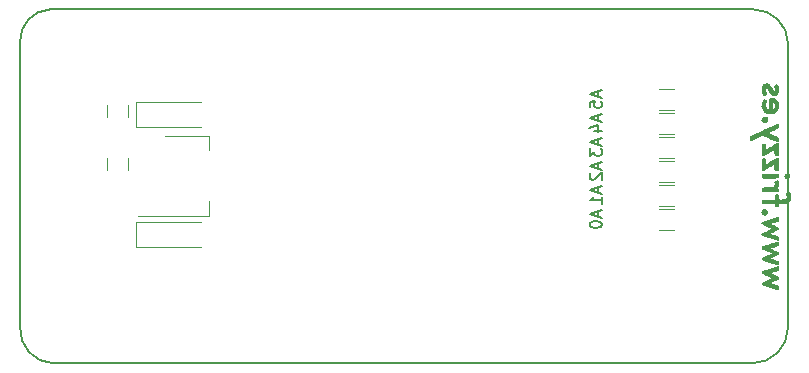
<source format=gbo>
%TF.GenerationSoftware,KiCad,Pcbnew,4.0.7*%
%TF.CreationDate,2018-07-08T22:20:32+02:00*%
%TF.ProjectId,Elemental-pHAT,456C656D656E74616C2D704841542E6B,rev?*%
%TF.FileFunction,Legend,Bot*%
%FSLAX46Y46*%
G04 Gerber Fmt 4.6, Leading zero omitted, Abs format (unit mm)*
G04 Created by KiCad (PCBNEW 4.0.7) date 07/08/18 22:20:32*
%MOMM*%
%LPD*%
G01*
G04 APERTURE LIST*
%ADD10C,0.127000*%
%ADD11C,0.120000*%
%ADD12C,0.010000*%
%ADD13C,0.150000*%
G04 APERTURE END LIST*
D10*
X111125000Y-118491000D02*
X170053000Y-118491000D01*
X110617000Y-88519000D02*
X111125000Y-88519000D01*
X110617000Y-88519000D02*
G75*
G03X108077000Y-91313000I127000J-2667000D01*
G01*
X108077000Y-115443000D02*
X108077000Y-91313000D01*
X111125000Y-118491000D02*
X110871000Y-118491000D01*
X108077000Y-115443000D02*
G75*
G03X110871000Y-118491000I2921000J-127000D01*
G01*
X170053000Y-118491000D02*
G75*
G03X173101000Y-115443000I0J3048000D01*
G01*
X173101000Y-91440000D02*
X173101000Y-115443000D01*
X173101000Y-91440000D02*
G75*
G03X170180000Y-88519000I-2921000J0D01*
G01*
X111125000Y-88519000D02*
X170180000Y-88519000D01*
D11*
X117893000Y-98459000D02*
X123393000Y-98459000D01*
X117893000Y-96359000D02*
X123393000Y-96359000D01*
X117893000Y-98459000D02*
X117893000Y-96359000D01*
X115482000Y-97655000D02*
X115482000Y-96655000D01*
X117182000Y-96655000D02*
X117182000Y-97655000D01*
X117182000Y-101100000D02*
X117182000Y-102100000D01*
X115482000Y-102100000D02*
X115482000Y-101100000D01*
X117893000Y-108619000D02*
X123393000Y-108619000D01*
X117893000Y-106519000D02*
X123393000Y-106519000D01*
X117893000Y-108619000D02*
X117893000Y-106519000D01*
X163414000Y-105419000D02*
X162214000Y-105419000D01*
X162214000Y-107179000D02*
X163414000Y-107179000D01*
X163414000Y-103387000D02*
X162214000Y-103387000D01*
X162214000Y-105147000D02*
X163414000Y-105147000D01*
X163414000Y-101355000D02*
X162214000Y-101355000D01*
X162214000Y-103115000D02*
X163414000Y-103115000D01*
X163414000Y-99323000D02*
X162214000Y-99323000D01*
X162214000Y-101083000D02*
X163414000Y-101083000D01*
X163414000Y-97291000D02*
X162214000Y-97291000D01*
X162214000Y-99051000D02*
X163414000Y-99051000D01*
X163414000Y-95259000D02*
X162214000Y-95259000D01*
X162214000Y-97019000D02*
X163414000Y-97019000D01*
X124084000Y-99206000D02*
X124084000Y-100466000D01*
X124084000Y-106026000D02*
X124084000Y-104766000D01*
X120324000Y-99206000D02*
X124084000Y-99206000D01*
X118074000Y-106026000D02*
X124084000Y-106026000D01*
D12*
G36*
X172250149Y-98375798D02*
X172247682Y-98308141D01*
X172241228Y-98258705D01*
X172225254Y-98227943D01*
X172194224Y-98216304D01*
X172142602Y-98224240D01*
X172064852Y-98252201D01*
X171955440Y-98300638D01*
X171808831Y-98370002D01*
X171704000Y-98420273D01*
X171628340Y-98455915D01*
X171572709Y-98480918D01*
X171551600Y-98489109D01*
X171523806Y-98500044D01*
X171463401Y-98526875D01*
X171386500Y-98562381D01*
X171262239Y-98619081D01*
X171167212Y-98659232D01*
X171107916Y-98680160D01*
X171094400Y-98682596D01*
X171067894Y-98697658D01*
X171037250Y-98722847D01*
X171003712Y-98746090D01*
X170992800Y-98742500D01*
X170977187Y-98741826D01*
X170942000Y-98767900D01*
X170905445Y-98794660D01*
X170891200Y-98793300D01*
X170875843Y-98791676D01*
X170846750Y-98812954D01*
X170807405Y-98844273D01*
X170789600Y-98853205D01*
X170747537Y-98864661D01*
X170667669Y-98896968D01*
X170557061Y-98947159D01*
X170491150Y-98978656D01*
X170412906Y-99014709D01*
X170356207Y-99037229D01*
X170332526Y-99041699D01*
X170332400Y-99041183D01*
X170316593Y-99045033D01*
X170281600Y-99072700D01*
X170245045Y-99099460D01*
X170230800Y-99098100D01*
X170215187Y-99097426D01*
X170180000Y-99123500D01*
X170143445Y-99150260D01*
X170129200Y-99148900D01*
X170113587Y-99148226D01*
X170078400Y-99174300D01*
X170041709Y-99202506D01*
X170027600Y-99204153D01*
X170008343Y-99204561D01*
X169960575Y-99225748D01*
X169945597Y-99233845D01*
X169898621Y-99264015D01*
X169873910Y-99297995D01*
X169864074Y-99352501D01*
X169861938Y-99423122D01*
X169866119Y-99518415D01*
X169882171Y-99569381D01*
X169895434Y-99580077D01*
X169945713Y-99581070D01*
X169960043Y-99574822D01*
X169995394Y-99556367D01*
X170002200Y-99554411D01*
X170025402Y-99545902D01*
X170080979Y-99521466D01*
X170172384Y-99479520D01*
X170303070Y-99418483D01*
X170452602Y-99348054D01*
X170539410Y-99308484D01*
X170606965Y-99280355D01*
X170643653Y-99268419D01*
X170646786Y-99268606D01*
X170670796Y-99258961D01*
X170710734Y-99227514D01*
X170748628Y-99198020D01*
X170764200Y-99195330D01*
X170783505Y-99194691D01*
X170831656Y-99173266D01*
X170850125Y-99163271D01*
X170915746Y-99133773D01*
X170955621Y-99136490D01*
X170964425Y-99143385D01*
X170988680Y-99157159D01*
X170992800Y-99150044D01*
X171008378Y-99148529D01*
X171043600Y-99174300D01*
X171080156Y-99201060D01*
X171094400Y-99199700D01*
X171110014Y-99199026D01*
X171145200Y-99225100D01*
X171181756Y-99251860D01*
X171196000Y-99250500D01*
X171211614Y-99249826D01*
X171246800Y-99275900D01*
X171283356Y-99302660D01*
X171297600Y-99301300D01*
X171313214Y-99300626D01*
X171348400Y-99326700D01*
X171384956Y-99353460D01*
X171399200Y-99352100D01*
X171414814Y-99351426D01*
X171450000Y-99377500D01*
X171486556Y-99404260D01*
X171500800Y-99402900D01*
X171516414Y-99402226D01*
X171551600Y-99428300D01*
X171588181Y-99455326D01*
X171602400Y-99454527D01*
X171618137Y-99452013D01*
X171643063Y-99468527D01*
X171690061Y-99498739D01*
X171712913Y-99506919D01*
X171747216Y-99519489D01*
X171815484Y-99549464D01*
X171906174Y-99591669D01*
X171963934Y-99619437D01*
X172075055Y-99671096D01*
X172150061Y-99699530D01*
X172196697Y-99707148D01*
X172219873Y-99699007D01*
X172240511Y-99655447D01*
X172249517Y-99581337D01*
X172247035Y-99495539D01*
X172233213Y-99416919D01*
X172217381Y-99377130D01*
X172194999Y-99346978D01*
X172187373Y-99349687D01*
X172171171Y-99351731D01*
X172133282Y-99324421D01*
X172133134Y-99324287D01*
X172091492Y-99291479D01*
X172069513Y-99282541D01*
X172048518Y-99280350D01*
X171998215Y-99262140D01*
X171913916Y-99225959D01*
X171790934Y-99169855D01*
X171723446Y-99138395D01*
X171639791Y-99100723D01*
X171575727Y-99074694D01*
X171543370Y-99065175D01*
X171541963Y-99065496D01*
X171517989Y-99055785D01*
X171478067Y-99024314D01*
X171440281Y-98995928D01*
X171424600Y-98995674D01*
X171408989Y-98998583D01*
X171386187Y-98983541D01*
X171362077Y-98947582D01*
X171375923Y-98917743D01*
X171408373Y-98890621D01*
X171420687Y-98888069D01*
X171450506Y-98880226D01*
X171512388Y-98855579D01*
X171589700Y-98820949D01*
X171707628Y-98766739D01*
X171787437Y-98732747D01*
X171836276Y-98716139D01*
X171860084Y-98713793D01*
X171888781Y-98700991D01*
X171929934Y-98668714D01*
X171967720Y-98640328D01*
X171983400Y-98640074D01*
X171999137Y-98642588D01*
X172024063Y-98626074D01*
X172075255Y-98595194D01*
X172101588Y-98586917D01*
X172150020Y-98569441D01*
X172196267Y-98543624D01*
X172231411Y-98512085D01*
X172247680Y-98466920D01*
X172250544Y-98391087D01*
X172250149Y-98375798D01*
X172250149Y-98375798D01*
G37*
X172250149Y-98375798D02*
X172247682Y-98308141D01*
X172241228Y-98258705D01*
X172225254Y-98227943D01*
X172194224Y-98216304D01*
X172142602Y-98224240D01*
X172064852Y-98252201D01*
X171955440Y-98300638D01*
X171808831Y-98370002D01*
X171704000Y-98420273D01*
X171628340Y-98455915D01*
X171572709Y-98480918D01*
X171551600Y-98489109D01*
X171523806Y-98500044D01*
X171463401Y-98526875D01*
X171386500Y-98562381D01*
X171262239Y-98619081D01*
X171167212Y-98659232D01*
X171107916Y-98680160D01*
X171094400Y-98682596D01*
X171067894Y-98697658D01*
X171037250Y-98722847D01*
X171003712Y-98746090D01*
X170992800Y-98742500D01*
X170977187Y-98741826D01*
X170942000Y-98767900D01*
X170905445Y-98794660D01*
X170891200Y-98793300D01*
X170875843Y-98791676D01*
X170846750Y-98812954D01*
X170807405Y-98844273D01*
X170789600Y-98853205D01*
X170747537Y-98864661D01*
X170667669Y-98896968D01*
X170557061Y-98947159D01*
X170491150Y-98978656D01*
X170412906Y-99014709D01*
X170356207Y-99037229D01*
X170332526Y-99041699D01*
X170332400Y-99041183D01*
X170316593Y-99045033D01*
X170281600Y-99072700D01*
X170245045Y-99099460D01*
X170230800Y-99098100D01*
X170215187Y-99097426D01*
X170180000Y-99123500D01*
X170143445Y-99150260D01*
X170129200Y-99148900D01*
X170113587Y-99148226D01*
X170078400Y-99174300D01*
X170041709Y-99202506D01*
X170027600Y-99204153D01*
X170008343Y-99204561D01*
X169960575Y-99225748D01*
X169945597Y-99233845D01*
X169898621Y-99264015D01*
X169873910Y-99297995D01*
X169864074Y-99352501D01*
X169861938Y-99423122D01*
X169866119Y-99518415D01*
X169882171Y-99569381D01*
X169895434Y-99580077D01*
X169945713Y-99581070D01*
X169960043Y-99574822D01*
X169995394Y-99556367D01*
X170002200Y-99554411D01*
X170025402Y-99545902D01*
X170080979Y-99521466D01*
X170172384Y-99479520D01*
X170303070Y-99418483D01*
X170452602Y-99348054D01*
X170539410Y-99308484D01*
X170606965Y-99280355D01*
X170643653Y-99268419D01*
X170646786Y-99268606D01*
X170670796Y-99258961D01*
X170710734Y-99227514D01*
X170748628Y-99198020D01*
X170764200Y-99195330D01*
X170783505Y-99194691D01*
X170831656Y-99173266D01*
X170850125Y-99163271D01*
X170915746Y-99133773D01*
X170955621Y-99136490D01*
X170964425Y-99143385D01*
X170988680Y-99157159D01*
X170992800Y-99150044D01*
X171008378Y-99148529D01*
X171043600Y-99174300D01*
X171080156Y-99201060D01*
X171094400Y-99199700D01*
X171110014Y-99199026D01*
X171145200Y-99225100D01*
X171181756Y-99251860D01*
X171196000Y-99250500D01*
X171211614Y-99249826D01*
X171246800Y-99275900D01*
X171283356Y-99302660D01*
X171297600Y-99301300D01*
X171313214Y-99300626D01*
X171348400Y-99326700D01*
X171384956Y-99353460D01*
X171399200Y-99352100D01*
X171414814Y-99351426D01*
X171450000Y-99377500D01*
X171486556Y-99404260D01*
X171500800Y-99402900D01*
X171516414Y-99402226D01*
X171551600Y-99428300D01*
X171588181Y-99455326D01*
X171602400Y-99454527D01*
X171618137Y-99452013D01*
X171643063Y-99468527D01*
X171690061Y-99498739D01*
X171712913Y-99506919D01*
X171747216Y-99519489D01*
X171815484Y-99549464D01*
X171906174Y-99591669D01*
X171963934Y-99619437D01*
X172075055Y-99671096D01*
X172150061Y-99699530D01*
X172196697Y-99707148D01*
X172219873Y-99699007D01*
X172240511Y-99655447D01*
X172249517Y-99581337D01*
X172247035Y-99495539D01*
X172233213Y-99416919D01*
X172217381Y-99377130D01*
X172194999Y-99346978D01*
X172187373Y-99349687D01*
X172171171Y-99351731D01*
X172133282Y-99324421D01*
X172133134Y-99324287D01*
X172091492Y-99291479D01*
X172069513Y-99282541D01*
X172048518Y-99280350D01*
X171998215Y-99262140D01*
X171913916Y-99225959D01*
X171790934Y-99169855D01*
X171723446Y-99138395D01*
X171639791Y-99100723D01*
X171575727Y-99074694D01*
X171543370Y-99065175D01*
X171541963Y-99065496D01*
X171517989Y-99055785D01*
X171478067Y-99024314D01*
X171440281Y-98995928D01*
X171424600Y-98995674D01*
X171408989Y-98998583D01*
X171386187Y-98983541D01*
X171362077Y-98947582D01*
X171375923Y-98917743D01*
X171408373Y-98890621D01*
X171420687Y-98888069D01*
X171450506Y-98880226D01*
X171512388Y-98855579D01*
X171589700Y-98820949D01*
X171707628Y-98766739D01*
X171787437Y-98732747D01*
X171836276Y-98716139D01*
X171860084Y-98713793D01*
X171888781Y-98700991D01*
X171929934Y-98668714D01*
X171967720Y-98640328D01*
X171983400Y-98640074D01*
X171999137Y-98642588D01*
X172024063Y-98626074D01*
X172075255Y-98595194D01*
X172101588Y-98586917D01*
X172150020Y-98569441D01*
X172196267Y-98543624D01*
X172231411Y-98512085D01*
X172247680Y-98466920D01*
X172250544Y-98391087D01*
X172250149Y-98375798D01*
G36*
X172261028Y-111197019D02*
X172230418Y-111156234D01*
X172200972Y-111135102D01*
X172191392Y-111137142D01*
X172164771Y-111133345D01*
X172137862Y-111114166D01*
X172100216Y-111084816D01*
X172085000Y-111077796D01*
X172044384Y-111066640D01*
X171965038Y-111035027D01*
X171853459Y-110985631D01*
X171792900Y-110957581D01*
X171713566Y-110920759D01*
X171654028Y-110893805D01*
X171627800Y-110882795D01*
X171558863Y-110857616D01*
X171507495Y-110826616D01*
X171487512Y-110798725D01*
X171489116Y-110793158D01*
X171512317Y-110775787D01*
X171518340Y-110778474D01*
X171547721Y-110778576D01*
X171606260Y-110763822D01*
X171630097Y-110755890D01*
X171691138Y-110737476D01*
X171726147Y-110732963D01*
X171729400Y-110735537D01*
X171744878Y-110735147D01*
X171762189Y-110723009D01*
X171809006Y-110699901D01*
X171877339Y-110681303D01*
X171880701Y-110680694D01*
X171947319Y-110665543D01*
X171992374Y-110649319D01*
X171993963Y-110648381D01*
X172041710Y-110629791D01*
X172069705Y-110623672D01*
X172128976Y-110607046D01*
X172184005Y-110584495D01*
X172226337Y-110556195D01*
X172246099Y-110513343D01*
X172251659Y-110438858D01*
X172245371Y-110342153D01*
X172224475Y-110287295D01*
X172190701Y-110277470D01*
X172170530Y-110289597D01*
X172141706Y-110305121D01*
X172135800Y-110299500D01*
X172120173Y-110297216D01*
X172097700Y-110312200D01*
X172066840Y-110331915D01*
X172059600Y-110329621D01*
X172037402Y-110330969D01*
X171977824Y-110346323D01*
X171891396Y-110372793D01*
X171837350Y-110390662D01*
X171729404Y-110425923D01*
X171631474Y-110455652D01*
X171559325Y-110475146D01*
X171541038Y-110479055D01*
X171478037Y-110494188D01*
X171439438Y-110509420D01*
X171391803Y-110527944D01*
X171363094Y-110534221D01*
X171303562Y-110555019D01*
X171280544Y-110569816D01*
X171252155Y-110586784D01*
X171246800Y-110583524D01*
X171224844Y-110584131D01*
X171166801Y-110598810D01*
X171084413Y-110624512D01*
X171069000Y-110629700D01*
X170983426Y-110656564D01*
X170919878Y-110672252D01*
X170890228Y-110673924D01*
X170889415Y-110672637D01*
X170880632Y-110677891D01*
X170867948Y-110705495D01*
X170857824Y-110758609D01*
X170862473Y-110809696D01*
X170878924Y-110838483D01*
X170887575Y-110839379D01*
X170916300Y-110847707D01*
X170979226Y-110873715D01*
X171065004Y-110912589D01*
X171106561Y-110932287D01*
X171200861Y-110976504D01*
X171279266Y-111011309D01*
X171329439Y-111031305D01*
X171338949Y-111033964D01*
X171382009Y-111052770D01*
X171409338Y-111072074D01*
X171441408Y-111091048D01*
X171450000Y-111086074D01*
X171465640Y-111086008D01*
X171500800Y-111112300D01*
X171537356Y-111139060D01*
X171551600Y-111137700D01*
X171566958Y-111136076D01*
X171596050Y-111157354D01*
X171635408Y-111188776D01*
X171653200Y-111197860D01*
X171684171Y-111205947D01*
X171725885Y-111220329D01*
X171753762Y-111233793D01*
X171753698Y-111248584D01*
X171719680Y-111270518D01*
X171645697Y-111305408D01*
X171631167Y-111311945D01*
X171549721Y-111347353D01*
X171486838Y-111372582D01*
X171456883Y-111381996D01*
X171424591Y-111397815D01*
X171392850Y-111422847D01*
X171359312Y-111446090D01*
X171348400Y-111442500D01*
X171333043Y-111440876D01*
X171303950Y-111462154D01*
X171258952Y-111495005D01*
X171234100Y-111505124D01*
X171189708Y-111518479D01*
X171119609Y-111548093D01*
X171037706Y-111587012D01*
X170957899Y-111628282D01*
X170894090Y-111664947D01*
X170860181Y-111690054D01*
X170858164Y-111693197D01*
X170857986Y-111738509D01*
X170867530Y-111772700D01*
X170883819Y-111805714D01*
X170889415Y-111806131D01*
X170912493Y-111806553D01*
X170973539Y-111821215D01*
X171062612Y-111847466D01*
X171145200Y-111874300D01*
X171249059Y-111908034D01*
X171332394Y-111932737D01*
X171385342Y-111945636D01*
X171399200Y-111945710D01*
X171414768Y-111946740D01*
X171432944Y-111959585D01*
X171487021Y-111987775D01*
X171515494Y-111995180D01*
X171570751Y-112010028D01*
X171591480Y-112019760D01*
X171635786Y-112036943D01*
X171686311Y-112049017D01*
X171746715Y-112063969D01*
X171780201Y-112077501D01*
X171823566Y-112093993D01*
X171875081Y-112106164D01*
X171938753Y-112125149D01*
X171976262Y-112145616D01*
X172003925Y-112161598D01*
X172008800Y-112157937D01*
X172029925Y-112156388D01*
X172082996Y-112169928D01*
X172108718Y-112178507D01*
X172175199Y-112197556D01*
X172218114Y-112194214D01*
X172241245Y-112161924D01*
X172248373Y-112094128D01*
X172243281Y-111984268D01*
X172240575Y-111949872D01*
X172212689Y-111910002D01*
X172139367Y-111875010D01*
X172027583Y-111847735D01*
X171960520Y-111829473D01*
X171914589Y-111806392D01*
X171886765Y-111790057D01*
X171881800Y-111793477D01*
X171859884Y-111792996D01*
X171802103Y-111778433D01*
X171720411Y-111752858D01*
X171710350Y-111749460D01*
X171623123Y-111720161D01*
X171555253Y-111698048D01*
X171520627Y-111687639D01*
X171519850Y-111687473D01*
X171500802Y-111671241D01*
X171500800Y-111671100D01*
X171519634Y-111656612D01*
X171519850Y-111656591D01*
X171552523Y-111639818D01*
X171577000Y-111620300D01*
X171617203Y-111591339D01*
X171634599Y-111584955D01*
X171665044Y-111574323D01*
X171729320Y-111546728D01*
X171815539Y-111507350D01*
X171849959Y-111491145D01*
X171942819Y-111448164D01*
X172019681Y-111414580D01*
X172067879Y-111395856D01*
X172075549Y-111393837D01*
X172118609Y-111375031D01*
X172145938Y-111355727D01*
X172178008Y-111336753D01*
X172186600Y-111341727D01*
X172202147Y-111342137D01*
X172234906Y-111317758D01*
X172269988Y-111272389D01*
X172278243Y-111240183D01*
X172261028Y-111197019D01*
X172261028Y-111197019D01*
G37*
X172261028Y-111197019D02*
X172230418Y-111156234D01*
X172200972Y-111135102D01*
X172191392Y-111137142D01*
X172164771Y-111133345D01*
X172137862Y-111114166D01*
X172100216Y-111084816D01*
X172085000Y-111077796D01*
X172044384Y-111066640D01*
X171965038Y-111035027D01*
X171853459Y-110985631D01*
X171792900Y-110957581D01*
X171713566Y-110920759D01*
X171654028Y-110893805D01*
X171627800Y-110882795D01*
X171558863Y-110857616D01*
X171507495Y-110826616D01*
X171487512Y-110798725D01*
X171489116Y-110793158D01*
X171512317Y-110775787D01*
X171518340Y-110778474D01*
X171547721Y-110778576D01*
X171606260Y-110763822D01*
X171630097Y-110755890D01*
X171691138Y-110737476D01*
X171726147Y-110732963D01*
X171729400Y-110735537D01*
X171744878Y-110735147D01*
X171762189Y-110723009D01*
X171809006Y-110699901D01*
X171877339Y-110681303D01*
X171880701Y-110680694D01*
X171947319Y-110665543D01*
X171992374Y-110649319D01*
X171993963Y-110648381D01*
X172041710Y-110629791D01*
X172069705Y-110623672D01*
X172128976Y-110607046D01*
X172184005Y-110584495D01*
X172226337Y-110556195D01*
X172246099Y-110513343D01*
X172251659Y-110438858D01*
X172245371Y-110342153D01*
X172224475Y-110287295D01*
X172190701Y-110277470D01*
X172170530Y-110289597D01*
X172141706Y-110305121D01*
X172135800Y-110299500D01*
X172120173Y-110297216D01*
X172097700Y-110312200D01*
X172066840Y-110331915D01*
X172059600Y-110329621D01*
X172037402Y-110330969D01*
X171977824Y-110346323D01*
X171891396Y-110372793D01*
X171837350Y-110390662D01*
X171729404Y-110425923D01*
X171631474Y-110455652D01*
X171559325Y-110475146D01*
X171541038Y-110479055D01*
X171478037Y-110494188D01*
X171439438Y-110509420D01*
X171391803Y-110527944D01*
X171363094Y-110534221D01*
X171303562Y-110555019D01*
X171280544Y-110569816D01*
X171252155Y-110586784D01*
X171246800Y-110583524D01*
X171224844Y-110584131D01*
X171166801Y-110598810D01*
X171084413Y-110624512D01*
X171069000Y-110629700D01*
X170983426Y-110656564D01*
X170919878Y-110672252D01*
X170890228Y-110673924D01*
X170889415Y-110672637D01*
X170880632Y-110677891D01*
X170867948Y-110705495D01*
X170857824Y-110758609D01*
X170862473Y-110809696D01*
X170878924Y-110838483D01*
X170887575Y-110839379D01*
X170916300Y-110847707D01*
X170979226Y-110873715D01*
X171065004Y-110912589D01*
X171106561Y-110932287D01*
X171200861Y-110976504D01*
X171279266Y-111011309D01*
X171329439Y-111031305D01*
X171338949Y-111033964D01*
X171382009Y-111052770D01*
X171409338Y-111072074D01*
X171441408Y-111091048D01*
X171450000Y-111086074D01*
X171465640Y-111086008D01*
X171500800Y-111112300D01*
X171537356Y-111139060D01*
X171551600Y-111137700D01*
X171566958Y-111136076D01*
X171596050Y-111157354D01*
X171635408Y-111188776D01*
X171653200Y-111197860D01*
X171684171Y-111205947D01*
X171725885Y-111220329D01*
X171753762Y-111233793D01*
X171753698Y-111248584D01*
X171719680Y-111270518D01*
X171645697Y-111305408D01*
X171631167Y-111311945D01*
X171549721Y-111347353D01*
X171486838Y-111372582D01*
X171456883Y-111381996D01*
X171424591Y-111397815D01*
X171392850Y-111422847D01*
X171359312Y-111446090D01*
X171348400Y-111442500D01*
X171333043Y-111440876D01*
X171303950Y-111462154D01*
X171258952Y-111495005D01*
X171234100Y-111505124D01*
X171189708Y-111518479D01*
X171119609Y-111548093D01*
X171037706Y-111587012D01*
X170957899Y-111628282D01*
X170894090Y-111664947D01*
X170860181Y-111690054D01*
X170858164Y-111693197D01*
X170857986Y-111738509D01*
X170867530Y-111772700D01*
X170883819Y-111805714D01*
X170889415Y-111806131D01*
X170912493Y-111806553D01*
X170973539Y-111821215D01*
X171062612Y-111847466D01*
X171145200Y-111874300D01*
X171249059Y-111908034D01*
X171332394Y-111932737D01*
X171385342Y-111945636D01*
X171399200Y-111945710D01*
X171414768Y-111946740D01*
X171432944Y-111959585D01*
X171487021Y-111987775D01*
X171515494Y-111995180D01*
X171570751Y-112010028D01*
X171591480Y-112019760D01*
X171635786Y-112036943D01*
X171686311Y-112049017D01*
X171746715Y-112063969D01*
X171780201Y-112077501D01*
X171823566Y-112093993D01*
X171875081Y-112106164D01*
X171938753Y-112125149D01*
X171976262Y-112145616D01*
X172003925Y-112161598D01*
X172008800Y-112157937D01*
X172029925Y-112156388D01*
X172082996Y-112169928D01*
X172108718Y-112178507D01*
X172175199Y-112197556D01*
X172218114Y-112194214D01*
X172241245Y-112161924D01*
X172248373Y-112094128D01*
X172243281Y-111984268D01*
X172240575Y-111949872D01*
X172212689Y-111910002D01*
X172139367Y-111875010D01*
X172027583Y-111847735D01*
X171960520Y-111829473D01*
X171914589Y-111806392D01*
X171886765Y-111790057D01*
X171881800Y-111793477D01*
X171859884Y-111792996D01*
X171802103Y-111778433D01*
X171720411Y-111752858D01*
X171710350Y-111749460D01*
X171623123Y-111720161D01*
X171555253Y-111698048D01*
X171520627Y-111687639D01*
X171519850Y-111687473D01*
X171500802Y-111671241D01*
X171500800Y-111671100D01*
X171519634Y-111656612D01*
X171519850Y-111656591D01*
X171552523Y-111639818D01*
X171577000Y-111620300D01*
X171617203Y-111591339D01*
X171634599Y-111584955D01*
X171665044Y-111574323D01*
X171729320Y-111546728D01*
X171815539Y-111507350D01*
X171849959Y-111491145D01*
X171942819Y-111448164D01*
X172019681Y-111414580D01*
X172067879Y-111395856D01*
X172075549Y-111393837D01*
X172118609Y-111375031D01*
X172145938Y-111355727D01*
X172178008Y-111336753D01*
X172186600Y-111341727D01*
X172202147Y-111342137D01*
X172234906Y-111317758D01*
X172269988Y-111272389D01*
X172278243Y-111240183D01*
X172261028Y-111197019D01*
G36*
X172256933Y-109099835D02*
X172189487Y-109048012D01*
X172085000Y-109004100D01*
X172034301Y-108983899D01*
X171948675Y-108946351D01*
X171838923Y-108896237D01*
X171792900Y-108874781D01*
X171713566Y-108837959D01*
X171654028Y-108811005D01*
X171627800Y-108799995D01*
X171597659Y-108788867D01*
X171542716Y-108766720D01*
X171541728Y-108766311D01*
X171492280Y-108737449D01*
X171493226Y-108713552D01*
X171544289Y-108695971D01*
X171556612Y-108693907D01*
X171617347Y-108674323D01*
X171644857Y-108657585D01*
X171673234Y-108640797D01*
X171678600Y-108644264D01*
X171699750Y-108645743D01*
X171752979Y-108632166D01*
X171780200Y-108623100D01*
X171842069Y-108604328D01*
X171878074Y-108599318D01*
X171881800Y-108601937D01*
X171897278Y-108601547D01*
X171914589Y-108589409D01*
X171961276Y-108566405D01*
X172029812Y-108547700D01*
X172034201Y-108546900D01*
X172103156Y-108528807D01*
X172152062Y-108505774D01*
X172153812Y-108504392D01*
X172181500Y-108490230D01*
X172186600Y-108496100D01*
X172201905Y-108499328D01*
X172219727Y-108487528D01*
X172239495Y-108445667D01*
X172249299Y-108375089D01*
X172248806Y-108296956D01*
X172237685Y-108232430D01*
X172224124Y-108207348D01*
X172180597Y-108198041D01*
X172135800Y-108210430D01*
X172079108Y-108232532D01*
X172046900Y-108242999D01*
X172010018Y-108253042D01*
X171941538Y-108272601D01*
X171881800Y-108289980D01*
X171802549Y-108312205D01*
X171743701Y-108326874D01*
X171722784Y-108330442D01*
X171688915Y-108340803D01*
X171632612Y-108366635D01*
X171627534Y-108369238D01*
X171576805Y-108392423D01*
X171552072Y-108397741D01*
X171551600Y-108396666D01*
X171529623Y-108398457D01*
X171471531Y-108414022D01*
X171389081Y-108440147D01*
X171373800Y-108445300D01*
X171288472Y-108472557D01*
X171225514Y-108489303D01*
X171196667Y-108492490D01*
X171196000Y-108491477D01*
X171180441Y-108492363D01*
X171162257Y-108505185D01*
X171108257Y-108534290D01*
X171079707Y-108542640D01*
X171017981Y-108559781D01*
X170967400Y-108578263D01*
X170914995Y-108594545D01*
X170887738Y-108595004D01*
X170869036Y-108604560D01*
X170858132Y-108645055D01*
X170858688Y-108696797D01*
X170864375Y-108720636D01*
X170888887Y-108759545D01*
X170904892Y-108767723D01*
X170939138Y-108774490D01*
X170993905Y-108794341D01*
X171076667Y-108830383D01*
X171194893Y-108885727D01*
X171237422Y-108906091D01*
X171328541Y-108949490D01*
X171401059Y-108983302D01*
X171443732Y-109002316D01*
X171450000Y-109004626D01*
X171477813Y-109015687D01*
X171538698Y-109042350D01*
X171619614Y-109078902D01*
X171621673Y-109079844D01*
X171780646Y-109152577D01*
X171621673Y-109229904D01*
X171540868Y-109268659D01*
X171479480Y-109297074D01*
X171450325Y-109309223D01*
X171450000Y-109309288D01*
X171422203Y-109320336D01*
X171361792Y-109347250D01*
X171284900Y-109382781D01*
X171151095Y-109443796D01*
X171059060Y-109481877D01*
X171009968Y-109496561D01*
X171001817Y-109494836D01*
X170983007Y-109503393D01*
X170948956Y-109531206D01*
X170907961Y-109559643D01*
X170886015Y-109561948D01*
X170870132Y-109566984D01*
X170858963Y-109601961D01*
X170856572Y-109646022D01*
X170864099Y-109674448D01*
X170891866Y-109691916D01*
X170953680Y-109719210D01*
X171038103Y-109752302D01*
X171133694Y-109787162D01*
X171229015Y-109819762D01*
X171312625Y-109846072D01*
X171373085Y-109862064D01*
X171398956Y-109863709D01*
X171399200Y-109862910D01*
X171414768Y-109863940D01*
X171432944Y-109876785D01*
X171484212Y-109903572D01*
X171528194Y-109916108D01*
X171577455Y-109926561D01*
X171596050Y-109932488D01*
X171621450Y-109941114D01*
X171658291Y-109956660D01*
X171672250Y-109964838D01*
X171700279Y-109975891D01*
X171704000Y-109972313D01*
X171725971Y-109973695D01*
X171784046Y-109988956D01*
X171866474Y-110014935D01*
X171881800Y-110020100D01*
X171967198Y-110047948D01*
X172030174Y-110066203D01*
X172058955Y-110071500D01*
X172059600Y-110070894D01*
X172079042Y-110074271D01*
X172126104Y-110095723D01*
X172128848Y-110097139D01*
X172194387Y-110118189D01*
X172223522Y-110107639D01*
X172240770Y-110065593D01*
X172249311Y-109996220D01*
X172248952Y-109920051D01*
X172239504Y-109857616D01*
X172226077Y-109831944D01*
X172184406Y-109810948D01*
X172110299Y-109782861D01*
X172020518Y-109753247D01*
X171931826Y-109727671D01*
X171866913Y-109712725D01*
X171805205Y-109697475D01*
X171769280Y-109682939D01*
X171718884Y-109662929D01*
X171708367Y-109660821D01*
X171655892Y-109646450D01*
X171632167Y-109637241D01*
X171569332Y-109616132D01*
X171540443Y-109609310D01*
X171494803Y-109596799D01*
X171480821Y-109589487D01*
X171495637Y-109575003D01*
X171541752Y-109548733D01*
X171603523Y-109518306D01*
X171665304Y-109491353D01*
X171711452Y-109475503D01*
X171716700Y-109474448D01*
X171753714Y-109455592D01*
X171789217Y-109427741D01*
X171828269Y-109397665D01*
X171846296Y-109391273D01*
X171876114Y-109386312D01*
X171939897Y-109363390D01*
X172026126Y-109327173D01*
X172123283Y-109282326D01*
X172161200Y-109263728D01*
X172243249Y-109209258D01*
X172275007Y-109154105D01*
X172256933Y-109099835D01*
X172256933Y-109099835D01*
G37*
X172256933Y-109099835D02*
X172189487Y-109048012D01*
X172085000Y-109004100D01*
X172034301Y-108983899D01*
X171948675Y-108946351D01*
X171838923Y-108896237D01*
X171792900Y-108874781D01*
X171713566Y-108837959D01*
X171654028Y-108811005D01*
X171627800Y-108799995D01*
X171597659Y-108788867D01*
X171542716Y-108766720D01*
X171541728Y-108766311D01*
X171492280Y-108737449D01*
X171493226Y-108713552D01*
X171544289Y-108695971D01*
X171556612Y-108693907D01*
X171617347Y-108674323D01*
X171644857Y-108657585D01*
X171673234Y-108640797D01*
X171678600Y-108644264D01*
X171699750Y-108645743D01*
X171752979Y-108632166D01*
X171780200Y-108623100D01*
X171842069Y-108604328D01*
X171878074Y-108599318D01*
X171881800Y-108601937D01*
X171897278Y-108601547D01*
X171914589Y-108589409D01*
X171961276Y-108566405D01*
X172029812Y-108547700D01*
X172034201Y-108546900D01*
X172103156Y-108528807D01*
X172152062Y-108505774D01*
X172153812Y-108504392D01*
X172181500Y-108490230D01*
X172186600Y-108496100D01*
X172201905Y-108499328D01*
X172219727Y-108487528D01*
X172239495Y-108445667D01*
X172249299Y-108375089D01*
X172248806Y-108296956D01*
X172237685Y-108232430D01*
X172224124Y-108207348D01*
X172180597Y-108198041D01*
X172135800Y-108210430D01*
X172079108Y-108232532D01*
X172046900Y-108242999D01*
X172010018Y-108253042D01*
X171941538Y-108272601D01*
X171881800Y-108289980D01*
X171802549Y-108312205D01*
X171743701Y-108326874D01*
X171722784Y-108330442D01*
X171688915Y-108340803D01*
X171632612Y-108366635D01*
X171627534Y-108369238D01*
X171576805Y-108392423D01*
X171552072Y-108397741D01*
X171551600Y-108396666D01*
X171529623Y-108398457D01*
X171471531Y-108414022D01*
X171389081Y-108440147D01*
X171373800Y-108445300D01*
X171288472Y-108472557D01*
X171225514Y-108489303D01*
X171196667Y-108492490D01*
X171196000Y-108491477D01*
X171180441Y-108492363D01*
X171162257Y-108505185D01*
X171108257Y-108534290D01*
X171079707Y-108542640D01*
X171017981Y-108559781D01*
X170967400Y-108578263D01*
X170914995Y-108594545D01*
X170887738Y-108595004D01*
X170869036Y-108604560D01*
X170858132Y-108645055D01*
X170858688Y-108696797D01*
X170864375Y-108720636D01*
X170888887Y-108759545D01*
X170904892Y-108767723D01*
X170939138Y-108774490D01*
X170993905Y-108794341D01*
X171076667Y-108830383D01*
X171194893Y-108885727D01*
X171237422Y-108906091D01*
X171328541Y-108949490D01*
X171401059Y-108983302D01*
X171443732Y-109002316D01*
X171450000Y-109004626D01*
X171477813Y-109015687D01*
X171538698Y-109042350D01*
X171619614Y-109078902D01*
X171621673Y-109079844D01*
X171780646Y-109152577D01*
X171621673Y-109229904D01*
X171540868Y-109268659D01*
X171479480Y-109297074D01*
X171450325Y-109309223D01*
X171450000Y-109309288D01*
X171422203Y-109320336D01*
X171361792Y-109347250D01*
X171284900Y-109382781D01*
X171151095Y-109443796D01*
X171059060Y-109481877D01*
X171009968Y-109496561D01*
X171001817Y-109494836D01*
X170983007Y-109503393D01*
X170948956Y-109531206D01*
X170907961Y-109559643D01*
X170886015Y-109561948D01*
X170870132Y-109566984D01*
X170858963Y-109601961D01*
X170856572Y-109646022D01*
X170864099Y-109674448D01*
X170891866Y-109691916D01*
X170953680Y-109719210D01*
X171038103Y-109752302D01*
X171133694Y-109787162D01*
X171229015Y-109819762D01*
X171312625Y-109846072D01*
X171373085Y-109862064D01*
X171398956Y-109863709D01*
X171399200Y-109862910D01*
X171414768Y-109863940D01*
X171432944Y-109876785D01*
X171484212Y-109903572D01*
X171528194Y-109916108D01*
X171577455Y-109926561D01*
X171596050Y-109932488D01*
X171621450Y-109941114D01*
X171658291Y-109956660D01*
X171672250Y-109964838D01*
X171700279Y-109975891D01*
X171704000Y-109972313D01*
X171725971Y-109973695D01*
X171784046Y-109988956D01*
X171866474Y-110014935D01*
X171881800Y-110020100D01*
X171967198Y-110047948D01*
X172030174Y-110066203D01*
X172058955Y-110071500D01*
X172059600Y-110070894D01*
X172079042Y-110074271D01*
X172126104Y-110095723D01*
X172128848Y-110097139D01*
X172194387Y-110118189D01*
X172223522Y-110107639D01*
X172240770Y-110065593D01*
X172249311Y-109996220D01*
X172248952Y-109920051D01*
X172239504Y-109857616D01*
X172226077Y-109831944D01*
X172184406Y-109810948D01*
X172110299Y-109782861D01*
X172020518Y-109753247D01*
X171931826Y-109727671D01*
X171866913Y-109712725D01*
X171805205Y-109697475D01*
X171769280Y-109682939D01*
X171718884Y-109662929D01*
X171708367Y-109660821D01*
X171655892Y-109646450D01*
X171632167Y-109637241D01*
X171569332Y-109616132D01*
X171540443Y-109609310D01*
X171494803Y-109596799D01*
X171480821Y-109589487D01*
X171495637Y-109575003D01*
X171541752Y-109548733D01*
X171603523Y-109518306D01*
X171665304Y-109491353D01*
X171711452Y-109475503D01*
X171716700Y-109474448D01*
X171753714Y-109455592D01*
X171789217Y-109427741D01*
X171828269Y-109397665D01*
X171846296Y-109391273D01*
X171876114Y-109386312D01*
X171939897Y-109363390D01*
X172026126Y-109327173D01*
X172123283Y-109282326D01*
X172161200Y-109263728D01*
X172243249Y-109209258D01*
X172275007Y-109154105D01*
X172256933Y-109099835D01*
G36*
X172278797Y-107078359D02*
X172261590Y-107033350D01*
X172231249Y-106991371D01*
X172201711Y-106969455D01*
X172191392Y-106971542D01*
X172165104Y-106967017D01*
X172131512Y-106942819D01*
X172096970Y-106918392D01*
X172085000Y-106921300D01*
X172069387Y-106921975D01*
X172034200Y-106895900D01*
X171997645Y-106869141D01*
X171983400Y-106870500D01*
X171968043Y-106872125D01*
X171938950Y-106850847D01*
X171896770Y-106818714D01*
X171875329Y-106809101D01*
X171855452Y-106804084D01*
X171814784Y-106788847D01*
X171745509Y-106760235D01*
X171639806Y-106715093D01*
X171602400Y-106698968D01*
X171548636Y-106677806D01*
X171519850Y-106669429D01*
X171495004Y-106652697D01*
X171504652Y-106625723D01*
X171538900Y-106609011D01*
X171597526Y-106597000D01*
X171621717Y-106590308D01*
X171659627Y-106579338D01*
X171665814Y-106578093D01*
X171695134Y-106569331D01*
X171754228Y-106549384D01*
X171779847Y-106540425D01*
X171841842Y-106521599D01*
X171877999Y-106516513D01*
X171881800Y-106519137D01*
X171897278Y-106518747D01*
X171914589Y-106506609D01*
X171961276Y-106483605D01*
X172029812Y-106464900D01*
X172034201Y-106464100D01*
X172103156Y-106446007D01*
X172152062Y-106422974D01*
X172153812Y-106421592D01*
X172181500Y-106407430D01*
X172186600Y-106413300D01*
X172201905Y-106416528D01*
X172219727Y-106404728D01*
X172239039Y-106363523D01*
X172249101Y-106293193D01*
X172249153Y-106214697D01*
X172238436Y-106148996D01*
X172229724Y-106128910D01*
X172204515Y-106112928D01*
X172154455Y-106119761D01*
X172109742Y-106134133D01*
X172048109Y-106152803D01*
X172012389Y-106157672D01*
X172008800Y-106155064D01*
X171993340Y-106155411D01*
X171976262Y-106167385D01*
X171926359Y-106193306D01*
X171881012Y-106206363D01*
X171828658Y-106219409D01*
X171743442Y-106243810D01*
X171640775Y-106275094D01*
X171602400Y-106287215D01*
X171503122Y-106318634D01*
X171421636Y-106343953D01*
X171370542Y-106359275D01*
X171361100Y-106361811D01*
X171317060Y-106376321D01*
X171293234Y-106386020D01*
X171229416Y-106407465D01*
X171204334Y-106413313D01*
X171162251Y-106423104D01*
X171151550Y-106427232D01*
X171125013Y-106437326D01*
X171119800Y-106438700D01*
X171089836Y-106449016D01*
X171088050Y-106450169D01*
X171061171Y-106458563D01*
X171035267Y-106464088D01*
X170970094Y-106482422D01*
X170946367Y-106491700D01*
X170897949Y-106509125D01*
X170880922Y-106512707D01*
X170858042Y-106535878D01*
X170851029Y-106582268D01*
X170862198Y-106622465D01*
X170890562Y-106646125D01*
X170945124Y-106679276D01*
X171011878Y-106714845D01*
X171076813Y-106745757D01*
X171125923Y-106764938D01*
X171145200Y-106765392D01*
X171160925Y-106767307D01*
X171196000Y-106794300D01*
X171232556Y-106821060D01*
X171246800Y-106819700D01*
X171262414Y-106819026D01*
X171297600Y-106845100D01*
X171334156Y-106871860D01*
X171348400Y-106870500D01*
X171363758Y-106868876D01*
X171392850Y-106890154D01*
X171435031Y-106922287D01*
X171456472Y-106931900D01*
X171490162Y-106942067D01*
X171550528Y-106965527D01*
X171570772Y-106974021D01*
X171649995Y-107007505D01*
X171720797Y-107036916D01*
X171729400Y-107040427D01*
X171792900Y-107066232D01*
X171729400Y-107090547D01*
X171681574Y-107105858D01*
X171662217Y-107106981D01*
X171643365Y-107116016D01*
X171605067Y-107147487D01*
X171567305Y-107175617D01*
X171551600Y-107175300D01*
X171535987Y-107174626D01*
X171500800Y-107200700D01*
X171464059Y-107229453D01*
X171450000Y-107232218D01*
X171429241Y-107235160D01*
X171374609Y-107256490D01*
X171297575Y-107291690D01*
X171291250Y-107294745D01*
X171200404Y-107338206D01*
X171119280Y-107375995D01*
X171069000Y-107398387D01*
X171017593Y-107420039D01*
X170992800Y-107430589D01*
X170961102Y-107442084D01*
X170925299Y-107454116D01*
X170874370Y-107491380D01*
X170853302Y-107547731D01*
X170863956Y-107591416D01*
X170892133Y-107610410D01*
X170951325Y-107637562D01*
X171028208Y-107668067D01*
X171109458Y-107697119D01*
X171181750Y-107719914D01*
X171231759Y-107731646D01*
X171246800Y-107729477D01*
X171262619Y-107731027D01*
X171284900Y-107746800D01*
X171315618Y-107764533D01*
X171323000Y-107759500D01*
X171338628Y-107757216D01*
X171361100Y-107772200D01*
X171391963Y-107791945D01*
X171399200Y-107789691D01*
X171421537Y-107791436D01*
X171481969Y-107807152D01*
X171570633Y-107834066D01*
X171653200Y-107861100D01*
X171757059Y-107894834D01*
X171840394Y-107919537D01*
X171893342Y-107932436D01*
X171907200Y-107932510D01*
X171922768Y-107933540D01*
X171940944Y-107946385D01*
X171994944Y-107975490D01*
X172023494Y-107983840D01*
X172085206Y-108000997D01*
X172135800Y-108019520D01*
X172196482Y-108032934D01*
X172233072Y-108009118D01*
X172249296Y-107943651D01*
X172250811Y-107882979D01*
X172245623Y-107806580D01*
X172226800Y-107761276D01*
X172184425Y-107727495D01*
X172166885Y-107717378D01*
X172114153Y-107690533D01*
X172086301Y-107681454D01*
X172085000Y-107682690D01*
X172063798Y-107681950D01*
X172010452Y-107667044D01*
X171983400Y-107657900D01*
X171921532Y-107639128D01*
X171885527Y-107634118D01*
X171881800Y-107636737D01*
X171866340Y-107636390D01*
X171849262Y-107624416D01*
X171800320Y-107599491D01*
X171748081Y-107584964D01*
X171687363Y-107570013D01*
X171653200Y-107556300D01*
X171609861Y-107539823D01*
X171558104Y-107527598D01*
X171503804Y-107514856D01*
X171478397Y-107504264D01*
X171493080Y-107489784D01*
X171539283Y-107463894D01*
X171601355Y-107434033D01*
X171663643Y-107407640D01*
X171710494Y-107392154D01*
X171716700Y-107391011D01*
X171753675Y-107372674D01*
X171789217Y-107344941D01*
X171830843Y-107314280D01*
X171852717Y-107307346D01*
X171881466Y-107299403D01*
X171944654Y-107273891D01*
X172031045Y-107235484D01*
X172076711Y-107214193D01*
X172188574Y-107156763D01*
X172256755Y-107111272D01*
X172278898Y-107079303D01*
X172278797Y-107078359D01*
X172278797Y-107078359D01*
G37*
X172278797Y-107078359D02*
X172261590Y-107033350D01*
X172231249Y-106991371D01*
X172201711Y-106969455D01*
X172191392Y-106971542D01*
X172165104Y-106967017D01*
X172131512Y-106942819D01*
X172096970Y-106918392D01*
X172085000Y-106921300D01*
X172069387Y-106921975D01*
X172034200Y-106895900D01*
X171997645Y-106869141D01*
X171983400Y-106870500D01*
X171968043Y-106872125D01*
X171938950Y-106850847D01*
X171896770Y-106818714D01*
X171875329Y-106809101D01*
X171855452Y-106804084D01*
X171814784Y-106788847D01*
X171745509Y-106760235D01*
X171639806Y-106715093D01*
X171602400Y-106698968D01*
X171548636Y-106677806D01*
X171519850Y-106669429D01*
X171495004Y-106652697D01*
X171504652Y-106625723D01*
X171538900Y-106609011D01*
X171597526Y-106597000D01*
X171621717Y-106590308D01*
X171659627Y-106579338D01*
X171665814Y-106578093D01*
X171695134Y-106569331D01*
X171754228Y-106549384D01*
X171779847Y-106540425D01*
X171841842Y-106521599D01*
X171877999Y-106516513D01*
X171881800Y-106519137D01*
X171897278Y-106518747D01*
X171914589Y-106506609D01*
X171961276Y-106483605D01*
X172029812Y-106464900D01*
X172034201Y-106464100D01*
X172103156Y-106446007D01*
X172152062Y-106422974D01*
X172153812Y-106421592D01*
X172181500Y-106407430D01*
X172186600Y-106413300D01*
X172201905Y-106416528D01*
X172219727Y-106404728D01*
X172239039Y-106363523D01*
X172249101Y-106293193D01*
X172249153Y-106214697D01*
X172238436Y-106148996D01*
X172229724Y-106128910D01*
X172204515Y-106112928D01*
X172154455Y-106119761D01*
X172109742Y-106134133D01*
X172048109Y-106152803D01*
X172012389Y-106157672D01*
X172008800Y-106155064D01*
X171993340Y-106155411D01*
X171976262Y-106167385D01*
X171926359Y-106193306D01*
X171881012Y-106206363D01*
X171828658Y-106219409D01*
X171743442Y-106243810D01*
X171640775Y-106275094D01*
X171602400Y-106287215D01*
X171503122Y-106318634D01*
X171421636Y-106343953D01*
X171370542Y-106359275D01*
X171361100Y-106361811D01*
X171317060Y-106376321D01*
X171293234Y-106386020D01*
X171229416Y-106407465D01*
X171204334Y-106413313D01*
X171162251Y-106423104D01*
X171151550Y-106427232D01*
X171125013Y-106437326D01*
X171119800Y-106438700D01*
X171089836Y-106449016D01*
X171088050Y-106450169D01*
X171061171Y-106458563D01*
X171035267Y-106464088D01*
X170970094Y-106482422D01*
X170946367Y-106491700D01*
X170897949Y-106509125D01*
X170880922Y-106512707D01*
X170858042Y-106535878D01*
X170851029Y-106582268D01*
X170862198Y-106622465D01*
X170890562Y-106646125D01*
X170945124Y-106679276D01*
X171011878Y-106714845D01*
X171076813Y-106745757D01*
X171125923Y-106764938D01*
X171145200Y-106765392D01*
X171160925Y-106767307D01*
X171196000Y-106794300D01*
X171232556Y-106821060D01*
X171246800Y-106819700D01*
X171262414Y-106819026D01*
X171297600Y-106845100D01*
X171334156Y-106871860D01*
X171348400Y-106870500D01*
X171363758Y-106868876D01*
X171392850Y-106890154D01*
X171435031Y-106922287D01*
X171456472Y-106931900D01*
X171490162Y-106942067D01*
X171550528Y-106965527D01*
X171570772Y-106974021D01*
X171649995Y-107007505D01*
X171720797Y-107036916D01*
X171729400Y-107040427D01*
X171792900Y-107066232D01*
X171729400Y-107090547D01*
X171681574Y-107105858D01*
X171662217Y-107106981D01*
X171643365Y-107116016D01*
X171605067Y-107147487D01*
X171567305Y-107175617D01*
X171551600Y-107175300D01*
X171535987Y-107174626D01*
X171500800Y-107200700D01*
X171464059Y-107229453D01*
X171450000Y-107232218D01*
X171429241Y-107235160D01*
X171374609Y-107256490D01*
X171297575Y-107291690D01*
X171291250Y-107294745D01*
X171200404Y-107338206D01*
X171119280Y-107375995D01*
X171069000Y-107398387D01*
X171017593Y-107420039D01*
X170992800Y-107430589D01*
X170961102Y-107442084D01*
X170925299Y-107454116D01*
X170874370Y-107491380D01*
X170853302Y-107547731D01*
X170863956Y-107591416D01*
X170892133Y-107610410D01*
X170951325Y-107637562D01*
X171028208Y-107668067D01*
X171109458Y-107697119D01*
X171181750Y-107719914D01*
X171231759Y-107731646D01*
X171246800Y-107729477D01*
X171262619Y-107731027D01*
X171284900Y-107746800D01*
X171315618Y-107764533D01*
X171323000Y-107759500D01*
X171338628Y-107757216D01*
X171361100Y-107772200D01*
X171391963Y-107791945D01*
X171399200Y-107789691D01*
X171421537Y-107791436D01*
X171481969Y-107807152D01*
X171570633Y-107834066D01*
X171653200Y-107861100D01*
X171757059Y-107894834D01*
X171840394Y-107919537D01*
X171893342Y-107932436D01*
X171907200Y-107932510D01*
X171922768Y-107933540D01*
X171940944Y-107946385D01*
X171994944Y-107975490D01*
X172023494Y-107983840D01*
X172085206Y-108000997D01*
X172135800Y-108019520D01*
X172196482Y-108032934D01*
X172233072Y-108009118D01*
X172249296Y-107943651D01*
X172250811Y-107882979D01*
X172245623Y-107806580D01*
X172226800Y-107761276D01*
X172184425Y-107727495D01*
X172166885Y-107717378D01*
X172114153Y-107690533D01*
X172086301Y-107681454D01*
X172085000Y-107682690D01*
X172063798Y-107681950D01*
X172010452Y-107667044D01*
X171983400Y-107657900D01*
X171921532Y-107639128D01*
X171885527Y-107634118D01*
X171881800Y-107636737D01*
X171866340Y-107636390D01*
X171849262Y-107624416D01*
X171800320Y-107599491D01*
X171748081Y-107584964D01*
X171687363Y-107570013D01*
X171653200Y-107556300D01*
X171609861Y-107539823D01*
X171558104Y-107527598D01*
X171503804Y-107514856D01*
X171478397Y-107504264D01*
X171493080Y-107489784D01*
X171539283Y-107463894D01*
X171601355Y-107434033D01*
X171663643Y-107407640D01*
X171710494Y-107392154D01*
X171716700Y-107391011D01*
X171753675Y-107372674D01*
X171789217Y-107344941D01*
X171830843Y-107314280D01*
X171852717Y-107307346D01*
X171881466Y-107299403D01*
X171944654Y-107273891D01*
X172031045Y-107235484D01*
X172076711Y-107214193D01*
X172188574Y-107156763D01*
X172256755Y-107111272D01*
X172278898Y-107079303D01*
X172278797Y-107078359D01*
G36*
X171298633Y-105567078D02*
X171250723Y-105503075D01*
X171175682Y-105455828D01*
X171081471Y-105439528D01*
X170987923Y-105454429D01*
X170916660Y-105498838D01*
X170872216Y-105577403D01*
X170854088Y-105676222D01*
X170865837Y-105770128D01*
X170875120Y-105792418D01*
X170903911Y-105833616D01*
X170923858Y-105844394D01*
X170956118Y-105856527D01*
X170979815Y-105875987D01*
X171043424Y-105907573D01*
X171122313Y-105904117D01*
X171202102Y-105871814D01*
X171268407Y-105816861D01*
X171306846Y-105745455D01*
X171309264Y-105734043D01*
X171317296Y-105638035D01*
X171298633Y-105567078D01*
X171298633Y-105567078D01*
G37*
X171298633Y-105567078D02*
X171250723Y-105503075D01*
X171175682Y-105455828D01*
X171081471Y-105439528D01*
X170987923Y-105454429D01*
X170916660Y-105498838D01*
X170872216Y-105577403D01*
X170854088Y-105676222D01*
X170865837Y-105770128D01*
X170875120Y-105792418D01*
X170903911Y-105833616D01*
X170923858Y-105844394D01*
X170956118Y-105856527D01*
X170979815Y-105875987D01*
X171043424Y-105907573D01*
X171122313Y-105904117D01*
X171202102Y-105871814D01*
X171268407Y-105816861D01*
X171306846Y-105745455D01*
X171309264Y-105734043D01*
X171317296Y-105638035D01*
X171298633Y-105567078D01*
G36*
X171328460Y-97804221D02*
X171327276Y-97802743D01*
X171312699Y-97781096D01*
X171304715Y-97741780D01*
X171300775Y-97699601D01*
X171285662Y-97673286D01*
X171272200Y-97675700D01*
X171248746Y-97674809D01*
X171246800Y-97666469D01*
X171225188Y-97642793D01*
X171172113Y-97617083D01*
X171161559Y-97613408D01*
X171054391Y-97600911D01*
X170959189Y-97637750D01*
X170909247Y-97682244D01*
X170879175Y-97735095D01*
X170859040Y-97805438D01*
X170851908Y-97874290D01*
X170860846Y-97922668D01*
X170868963Y-97931655D01*
X170879853Y-97962323D01*
X170874843Y-97975906D01*
X170869911Y-97993084D01*
X170877132Y-97988380D01*
X170907508Y-97990578D01*
X170946942Y-98017753D01*
X171028185Y-98070345D01*
X171109655Y-98073730D01*
X171154475Y-98056334D01*
X171203759Y-98035927D01*
X171228685Y-98034352D01*
X171251242Y-98028142D01*
X171281627Y-97984118D01*
X171312752Y-97913024D01*
X171317241Y-97900110D01*
X171331065Y-97840772D01*
X171328460Y-97804221D01*
X171328460Y-97804221D01*
G37*
X171328460Y-97804221D02*
X171327276Y-97802743D01*
X171312699Y-97781096D01*
X171304715Y-97741780D01*
X171300775Y-97699601D01*
X171285662Y-97673286D01*
X171272200Y-97675700D01*
X171248746Y-97674809D01*
X171246800Y-97666469D01*
X171225188Y-97642793D01*
X171172113Y-97617083D01*
X171161559Y-97613408D01*
X171054391Y-97600911D01*
X170959189Y-97637750D01*
X170909247Y-97682244D01*
X170879175Y-97735095D01*
X170859040Y-97805438D01*
X170851908Y-97874290D01*
X170860846Y-97922668D01*
X170868963Y-97931655D01*
X170879853Y-97962323D01*
X170874843Y-97975906D01*
X170869911Y-97993084D01*
X170877132Y-97988380D01*
X170907508Y-97990578D01*
X170946942Y-98017753D01*
X171028185Y-98070345D01*
X171109655Y-98073730D01*
X171154475Y-98056334D01*
X171203759Y-98035927D01*
X171228685Y-98034352D01*
X171251242Y-98028142D01*
X171281627Y-97984118D01*
X171312752Y-97913024D01*
X171317241Y-97900110D01*
X171331065Y-97840772D01*
X171328460Y-97804221D01*
G36*
X172245427Y-96427338D02*
X172242598Y-96418400D01*
X172214461Y-96357720D01*
X172169215Y-96285867D01*
X172115446Y-96213507D01*
X172061737Y-96151307D01*
X172016673Y-96109932D01*
X171988837Y-96100049D01*
X171987322Y-96101213D01*
X171960950Y-96097532D01*
X171938725Y-96082743D01*
X171906905Y-96060987D01*
X171865557Y-96045706D01*
X171801600Y-96033667D01*
X171701953Y-96021635D01*
X171683772Y-96019700D01*
X171619144Y-96014201D01*
X171570488Y-96017221D01*
X171535556Y-96034824D01*
X171512102Y-96073077D01*
X171497878Y-96138044D01*
X171490638Y-96235792D01*
X171488134Y-96372385D01*
X171488106Y-96547880D01*
X171489166Y-97005187D01*
X171428166Y-96989877D01*
X171315758Y-96937038D01*
X171225264Y-96846687D01*
X171166618Y-96730679D01*
X171151477Y-96659698D01*
X171152904Y-96551354D01*
X171175928Y-96439377D01*
X171215125Y-96345804D01*
X171236027Y-96316220D01*
X171254923Y-96287116D01*
X171251224Y-96257900D01*
X171219419Y-96217798D01*
X171154169Y-96156194D01*
X171075045Y-96084488D01*
X170997853Y-96167083D01*
X170940008Y-96247648D01*
X170895695Y-96341151D01*
X170890062Y-96358967D01*
X170869880Y-96459670D01*
X170857001Y-96580058D01*
X170853069Y-96697042D01*
X170859582Y-96786700D01*
X170876750Y-96841722D01*
X170908908Y-96912691D01*
X170950251Y-96990204D01*
X170994979Y-97064858D01*
X171037287Y-97127249D01*
X171071374Y-97167975D01*
X171091437Y-97177632D01*
X171094400Y-97167224D01*
X171110200Y-97167030D01*
X171148532Y-97195237D01*
X171151550Y-97197943D01*
X171247327Y-97257315D01*
X171377264Y-97298993D01*
X171526579Y-97318903D01*
X171593561Y-97319745D01*
X171716192Y-97302904D01*
X171716192Y-96979648D01*
X171716192Y-96660871D01*
X171716610Y-96528988D01*
X171718742Y-96439843D01*
X171723908Y-96385376D01*
X171733427Y-96357527D01*
X171748619Y-96348235D01*
X171767246Y-96348944D01*
X171828182Y-96368902D01*
X171872500Y-96393771D01*
X171917350Y-96438424D01*
X171964574Y-96504275D01*
X172002872Y-96573032D01*
X172020945Y-96626403D01*
X172021081Y-96634300D01*
X171989780Y-96760785D01*
X171926941Y-96866208D01*
X171840591Y-96939598D01*
X171779946Y-96963912D01*
X171716192Y-96979648D01*
X171716192Y-97302904D01*
X171730592Y-97300926D01*
X171871518Y-97255874D01*
X171998769Y-97191903D01*
X172094770Y-97116328D01*
X172102365Y-97107968D01*
X172201021Y-96957905D01*
X172259427Y-96786200D01*
X172275067Y-96605221D01*
X172245427Y-96427338D01*
X172245427Y-96427338D01*
G37*
X172245427Y-96427338D02*
X172242598Y-96418400D01*
X172214461Y-96357720D01*
X172169215Y-96285867D01*
X172115446Y-96213507D01*
X172061737Y-96151307D01*
X172016673Y-96109932D01*
X171988837Y-96100049D01*
X171987322Y-96101213D01*
X171960950Y-96097532D01*
X171938725Y-96082743D01*
X171906905Y-96060987D01*
X171865557Y-96045706D01*
X171801600Y-96033667D01*
X171701953Y-96021635D01*
X171683772Y-96019700D01*
X171619144Y-96014201D01*
X171570488Y-96017221D01*
X171535556Y-96034824D01*
X171512102Y-96073077D01*
X171497878Y-96138044D01*
X171490638Y-96235792D01*
X171488134Y-96372385D01*
X171488106Y-96547880D01*
X171489166Y-97005187D01*
X171428166Y-96989877D01*
X171315758Y-96937038D01*
X171225264Y-96846687D01*
X171166618Y-96730679D01*
X171151477Y-96659698D01*
X171152904Y-96551354D01*
X171175928Y-96439377D01*
X171215125Y-96345804D01*
X171236027Y-96316220D01*
X171254923Y-96287116D01*
X171251224Y-96257900D01*
X171219419Y-96217798D01*
X171154169Y-96156194D01*
X171075045Y-96084488D01*
X170997853Y-96167083D01*
X170940008Y-96247648D01*
X170895695Y-96341151D01*
X170890062Y-96358967D01*
X170869880Y-96459670D01*
X170857001Y-96580058D01*
X170853069Y-96697042D01*
X170859582Y-96786700D01*
X170876750Y-96841722D01*
X170908908Y-96912691D01*
X170950251Y-96990204D01*
X170994979Y-97064858D01*
X171037287Y-97127249D01*
X171071374Y-97167975D01*
X171091437Y-97177632D01*
X171094400Y-97167224D01*
X171110200Y-97167030D01*
X171148532Y-97195237D01*
X171151550Y-97197943D01*
X171247327Y-97257315D01*
X171377264Y-97298993D01*
X171526579Y-97318903D01*
X171593561Y-97319745D01*
X171716192Y-97302904D01*
X171716192Y-96979648D01*
X171716192Y-96660871D01*
X171716610Y-96528988D01*
X171718742Y-96439843D01*
X171723908Y-96385376D01*
X171733427Y-96357527D01*
X171748619Y-96348235D01*
X171767246Y-96348944D01*
X171828182Y-96368902D01*
X171872500Y-96393771D01*
X171917350Y-96438424D01*
X171964574Y-96504275D01*
X172002872Y-96573032D01*
X172020945Y-96626403D01*
X172021081Y-96634300D01*
X171989780Y-96760785D01*
X171926941Y-96866208D01*
X171840591Y-96939598D01*
X171779946Y-96963912D01*
X171716192Y-96979648D01*
X171716192Y-97302904D01*
X171730592Y-97300926D01*
X171871518Y-97255874D01*
X171998769Y-97191903D01*
X172094770Y-97116328D01*
X172102365Y-97107968D01*
X172201021Y-96957905D01*
X172259427Y-96786200D01*
X172275067Y-96605221D01*
X172245427Y-96427338D01*
G36*
X172268625Y-95275400D02*
X172258719Y-95143767D01*
X172234482Y-95026960D01*
X172199343Y-94936970D01*
X172157356Y-94886179D01*
X172103013Y-94879576D01*
X172026050Y-94906644D01*
X171962079Y-94945287D01*
X171935618Y-94988685D01*
X171932600Y-95019215D01*
X171941390Y-95079560D01*
X171957944Y-95112784D01*
X171973427Y-95152404D01*
X171984605Y-95225819D01*
X171989808Y-95316089D01*
X171987363Y-95406278D01*
X171987158Y-95408750D01*
X171963743Y-95442652D01*
X171913775Y-95453069D01*
X171856164Y-95439183D01*
X171822694Y-95415866D01*
X171794806Y-95376529D01*
X171753197Y-95304442D01*
X171705441Y-95212979D01*
X171689667Y-95180916D01*
X171630391Y-95069492D01*
X171568144Y-94970786D01*
X171509063Y-94892806D01*
X171459291Y-94843559D01*
X171424968Y-94831051D01*
X171422331Y-94832303D01*
X171393402Y-94826708D01*
X171386757Y-94818615D01*
X171353643Y-94802837D01*
X171289258Y-94793707D01*
X171259500Y-94792800D01*
X171188125Y-94798219D01*
X171140340Y-94811843D01*
X171132244Y-94818615D01*
X171104347Y-94834886D01*
X171096670Y-94832303D01*
X171068694Y-94841723D01*
X171022872Y-94881098D01*
X170970257Y-94938602D01*
X170921904Y-95002411D01*
X170894383Y-95048697D01*
X170874500Y-95116158D01*
X170860801Y-95214421D01*
X170854632Y-95323719D01*
X170857335Y-95424285D01*
X170865157Y-95478600D01*
X170889767Y-95557061D01*
X170925697Y-95640650D01*
X170965107Y-95713850D01*
X171000156Y-95761144D01*
X171012279Y-95769787D01*
X171064323Y-95765980D01*
X171138886Y-95729653D01*
X171200597Y-95685801D01*
X171226191Y-95659734D01*
X171226844Y-95629778D01*
X171201726Y-95577765D01*
X171195116Y-95565926D01*
X171157411Y-95470987D01*
X171137418Y-95362872D01*
X171137367Y-95261910D01*
X171154639Y-95196961D01*
X171199843Y-95141925D01*
X171254533Y-95136600D01*
X171318501Y-95180831D01*
X171391538Y-95274463D01*
X171473435Y-95417342D01*
X171487038Y-95444143D01*
X171582562Y-95600938D01*
X171687868Y-95708175D01*
X171803780Y-95766298D01*
X171931123Y-95775753D01*
X172047135Y-95746561D01*
X172113728Y-95716771D01*
X172154821Y-95689996D01*
X172161200Y-95679990D01*
X172176227Y-95644954D01*
X172203903Y-95607109D01*
X172236916Y-95558026D01*
X172257118Y-95496486D01*
X172266922Y-95410114D01*
X172268744Y-95286533D01*
X172268625Y-95275400D01*
X172268625Y-95275400D01*
G37*
X172268625Y-95275400D02*
X172258719Y-95143767D01*
X172234482Y-95026960D01*
X172199343Y-94936970D01*
X172157356Y-94886179D01*
X172103013Y-94879576D01*
X172026050Y-94906644D01*
X171962079Y-94945287D01*
X171935618Y-94988685D01*
X171932600Y-95019215D01*
X171941390Y-95079560D01*
X171957944Y-95112784D01*
X171973427Y-95152404D01*
X171984605Y-95225819D01*
X171989808Y-95316089D01*
X171987363Y-95406278D01*
X171987158Y-95408750D01*
X171963743Y-95442652D01*
X171913775Y-95453069D01*
X171856164Y-95439183D01*
X171822694Y-95415866D01*
X171794806Y-95376529D01*
X171753197Y-95304442D01*
X171705441Y-95212979D01*
X171689667Y-95180916D01*
X171630391Y-95069492D01*
X171568144Y-94970786D01*
X171509063Y-94892806D01*
X171459291Y-94843559D01*
X171424968Y-94831051D01*
X171422331Y-94832303D01*
X171393402Y-94826708D01*
X171386757Y-94818615D01*
X171353643Y-94802837D01*
X171289258Y-94793707D01*
X171259500Y-94792800D01*
X171188125Y-94798219D01*
X171140340Y-94811843D01*
X171132244Y-94818615D01*
X171104347Y-94834886D01*
X171096670Y-94832303D01*
X171068694Y-94841723D01*
X171022872Y-94881098D01*
X170970257Y-94938602D01*
X170921904Y-95002411D01*
X170894383Y-95048697D01*
X170874500Y-95116158D01*
X170860801Y-95214421D01*
X170854632Y-95323719D01*
X170857335Y-95424285D01*
X170865157Y-95478600D01*
X170889767Y-95557061D01*
X170925697Y-95640650D01*
X170965107Y-95713850D01*
X171000156Y-95761144D01*
X171012279Y-95769787D01*
X171064323Y-95765980D01*
X171138886Y-95729653D01*
X171200597Y-95685801D01*
X171226191Y-95659734D01*
X171226844Y-95629778D01*
X171201726Y-95577765D01*
X171195116Y-95565926D01*
X171157411Y-95470987D01*
X171137418Y-95362872D01*
X171137367Y-95261910D01*
X171154639Y-95196961D01*
X171199843Y-95141925D01*
X171254533Y-95136600D01*
X171318501Y-95180831D01*
X171391538Y-95274463D01*
X171473435Y-95417342D01*
X171487038Y-95444143D01*
X171582562Y-95600938D01*
X171687868Y-95708175D01*
X171803780Y-95766298D01*
X171931123Y-95775753D01*
X172047135Y-95746561D01*
X172113728Y-95716771D01*
X172154821Y-95689996D01*
X172161200Y-95679990D01*
X172176227Y-95644954D01*
X172203903Y-95607109D01*
X172236916Y-95558026D01*
X172257118Y-95496486D01*
X172266922Y-95410114D01*
X172268744Y-95286533D01*
X172268625Y-95275400D01*
G36*
X173285624Y-104278477D02*
X173264954Y-104163986D01*
X173245558Y-104101900D01*
X173221609Y-104046288D01*
X173206431Y-104022759D01*
X173204001Y-104025700D01*
X173192073Y-104031678D01*
X173181295Y-104018755D01*
X173135096Y-103984068D01*
X173074240Y-103977012D01*
X173024768Y-104000388D01*
X173023560Y-104001795D01*
X172989496Y-104026476D01*
X172974001Y-104025700D01*
X172944175Y-104032371D01*
X172921993Y-104052555D01*
X172905806Y-104085598D01*
X172913558Y-104129575D01*
X172944515Y-104194376D01*
X172990387Y-104316721D01*
X172991787Y-104423893D01*
X172949889Y-104511085D01*
X172865866Y-104573487D01*
X172850393Y-104580138D01*
X172788751Y-104596083D01*
X172699880Y-104608544D01*
X172595756Y-104617151D01*
X172488359Y-104621531D01*
X172389664Y-104621314D01*
X172311650Y-104616128D01*
X172266293Y-104605603D01*
X172259625Y-104598446D01*
X172257511Y-104560885D01*
X172255062Y-104488469D01*
X172252887Y-104400350D01*
X172248582Y-104309152D01*
X172240783Y-104237181D01*
X172231569Y-104201044D01*
X172194548Y-104182814D01*
X172129839Y-104178044D01*
X172058307Y-104185258D01*
X172000820Y-104202981D01*
X171981298Y-104218732D01*
X171970104Y-104260615D01*
X171961917Y-104337194D01*
X171958414Y-104432385D01*
X171958389Y-104438450D01*
X171958000Y-104622600D01*
X171438800Y-104622600D01*
X171249931Y-104623459D01*
X171107024Y-104626223D01*
X171005269Y-104631177D01*
X170939854Y-104638603D01*
X170905967Y-104648785D01*
X170899717Y-104654350D01*
X170884666Y-104704559D01*
X170878579Y-104778507D01*
X170881335Y-104854946D01*
X170892813Y-104912633D01*
X170901273Y-104927313D01*
X170935270Y-104936106D01*
X171014646Y-104943303D01*
X171133998Y-104948649D01*
X171287923Y-104951891D01*
X171442380Y-104952800D01*
X171958000Y-104952800D01*
X171958000Y-105026923D01*
X171964317Y-105112547D01*
X171990661Y-105159411D01*
X172048129Y-105178564D01*
X172113118Y-105181400D01*
X172184077Y-105179844D01*
X172223150Y-105167359D01*
X172240091Y-105132225D01*
X172244651Y-105062718D01*
X172245193Y-105022650D01*
X172246051Y-104952800D01*
X172502076Y-104950597D01*
X172664081Y-104948100D01*
X172782813Y-104943304D01*
X172865776Y-104935445D01*
X172920471Y-104923759D01*
X172954403Y-104907482D01*
X172958786Y-104904087D01*
X172993379Y-104887157D01*
X173004300Y-104889966D01*
X173027234Y-104880109D01*
X173074833Y-104841807D01*
X173135758Y-104784358D01*
X173194244Y-104722910D01*
X173232993Y-104676401D01*
X173243584Y-104655117D01*
X173246226Y-104627635D01*
X173266965Y-104578703D01*
X173287423Y-104503508D01*
X173293378Y-104397542D01*
X173285624Y-104278477D01*
X173285624Y-104278477D01*
G37*
X173285624Y-104278477D02*
X173264954Y-104163986D01*
X173245558Y-104101900D01*
X173221609Y-104046288D01*
X173206431Y-104022759D01*
X173204001Y-104025700D01*
X173192073Y-104031678D01*
X173181295Y-104018755D01*
X173135096Y-103984068D01*
X173074240Y-103977012D01*
X173024768Y-104000388D01*
X173023560Y-104001795D01*
X172989496Y-104026476D01*
X172974001Y-104025700D01*
X172944175Y-104032371D01*
X172921993Y-104052555D01*
X172905806Y-104085598D01*
X172913558Y-104129575D01*
X172944515Y-104194376D01*
X172990387Y-104316721D01*
X172991787Y-104423893D01*
X172949889Y-104511085D01*
X172865866Y-104573487D01*
X172850393Y-104580138D01*
X172788751Y-104596083D01*
X172699880Y-104608544D01*
X172595756Y-104617151D01*
X172488359Y-104621531D01*
X172389664Y-104621314D01*
X172311650Y-104616128D01*
X172266293Y-104605603D01*
X172259625Y-104598446D01*
X172257511Y-104560885D01*
X172255062Y-104488469D01*
X172252887Y-104400350D01*
X172248582Y-104309152D01*
X172240783Y-104237181D01*
X172231569Y-104201044D01*
X172194548Y-104182814D01*
X172129839Y-104178044D01*
X172058307Y-104185258D01*
X172000820Y-104202981D01*
X171981298Y-104218732D01*
X171970104Y-104260615D01*
X171961917Y-104337194D01*
X171958414Y-104432385D01*
X171958389Y-104438450D01*
X171958000Y-104622600D01*
X171438800Y-104622600D01*
X171249931Y-104623459D01*
X171107024Y-104626223D01*
X171005269Y-104631177D01*
X170939854Y-104638603D01*
X170905967Y-104648785D01*
X170899717Y-104654350D01*
X170884666Y-104704559D01*
X170878579Y-104778507D01*
X170881335Y-104854946D01*
X170892813Y-104912633D01*
X170901273Y-104927313D01*
X170935270Y-104936106D01*
X171014646Y-104943303D01*
X171133998Y-104948649D01*
X171287923Y-104951891D01*
X171442380Y-104952800D01*
X171958000Y-104952800D01*
X171958000Y-105026923D01*
X171964317Y-105112547D01*
X171990661Y-105159411D01*
X172048129Y-105178564D01*
X172113118Y-105181400D01*
X172184077Y-105179844D01*
X172223150Y-105167359D01*
X172240091Y-105132225D01*
X172244651Y-105062718D01*
X172245193Y-105022650D01*
X172246051Y-104952800D01*
X172502076Y-104950597D01*
X172664081Y-104948100D01*
X172782813Y-104943304D01*
X172865776Y-104935445D01*
X172920471Y-104923759D01*
X172954403Y-104907482D01*
X172958786Y-104904087D01*
X172993379Y-104887157D01*
X173004300Y-104889966D01*
X173027234Y-104880109D01*
X173074833Y-104841807D01*
X173135758Y-104784358D01*
X173194244Y-104722910D01*
X173232993Y-104676401D01*
X173243584Y-104655117D01*
X173246226Y-104627635D01*
X173266965Y-104578703D01*
X173287423Y-104503508D01*
X173293378Y-104397542D01*
X173285624Y-104278477D01*
G36*
X172260265Y-103111587D02*
X172236001Y-103036206D01*
X172195984Y-103007245D01*
X172179141Y-103008208D01*
X172111959Y-103029388D01*
X172045519Y-103060708D01*
X172001472Y-103091573D01*
X171996813Y-103097448D01*
X171967762Y-103114549D01*
X171958475Y-103111594D01*
X171943265Y-103117015D01*
X171946087Y-103151182D01*
X171961273Y-103187500D01*
X171974161Y-103251944D01*
X171963069Y-103339754D01*
X171933827Y-103433184D01*
X171892269Y-103514485D01*
X171844225Y-103565912D01*
X171835389Y-103570604D01*
X171796823Y-103576933D01*
X171716760Y-103582665D01*
X171604504Y-103587385D01*
X171469357Y-103590679D01*
X171356511Y-103591975D01*
X171212313Y-103593891D01*
X171085977Y-103597547D01*
X170986187Y-103602535D01*
X170921628Y-103608442D01*
X170901228Y-103613507D01*
X170887200Y-103651768D01*
X170880026Y-103718921D01*
X170879659Y-103795932D01*
X170886053Y-103863765D01*
X170899161Y-103903386D01*
X170901941Y-103905876D01*
X170935689Y-103911652D01*
X171011553Y-103916386D01*
X171121085Y-103920076D01*
X171255836Y-103922722D01*
X171407358Y-103924322D01*
X171567202Y-103924873D01*
X171726921Y-103924375D01*
X171878065Y-103922826D01*
X172012186Y-103920225D01*
X172120836Y-103916570D01*
X172195566Y-103911860D01*
X172227900Y-103906113D01*
X172250674Y-103864951D01*
X172249102Y-103805792D01*
X172229208Y-103743320D01*
X172197014Y-103692221D01*
X172158542Y-103667181D01*
X172132059Y-103672413D01*
X172111060Y-103676518D01*
X172120251Y-103646862D01*
X172157396Y-103588786D01*
X172179611Y-103558756D01*
X172222960Y-103498795D01*
X172249089Y-103448148D01*
X172262409Y-103390524D01*
X172267330Y-103309635D01*
X172268135Y-103231780D01*
X172260265Y-103111587D01*
X172260265Y-103111587D01*
G37*
X172260265Y-103111587D02*
X172236001Y-103036206D01*
X172195984Y-103007245D01*
X172179141Y-103008208D01*
X172111959Y-103029388D01*
X172045519Y-103060708D01*
X172001472Y-103091573D01*
X171996813Y-103097448D01*
X171967762Y-103114549D01*
X171958475Y-103111594D01*
X171943265Y-103117015D01*
X171946087Y-103151182D01*
X171961273Y-103187500D01*
X171974161Y-103251944D01*
X171963069Y-103339754D01*
X171933827Y-103433184D01*
X171892269Y-103514485D01*
X171844225Y-103565912D01*
X171835389Y-103570604D01*
X171796823Y-103576933D01*
X171716760Y-103582665D01*
X171604504Y-103587385D01*
X171469357Y-103590679D01*
X171356511Y-103591975D01*
X171212313Y-103593891D01*
X171085977Y-103597547D01*
X170986187Y-103602535D01*
X170921628Y-103608442D01*
X170901228Y-103613507D01*
X170887200Y-103651768D01*
X170880026Y-103718921D01*
X170879659Y-103795932D01*
X170886053Y-103863765D01*
X170899161Y-103903386D01*
X170901941Y-103905876D01*
X170935689Y-103911652D01*
X171011553Y-103916386D01*
X171121085Y-103920076D01*
X171255836Y-103922722D01*
X171407358Y-103924322D01*
X171567202Y-103924873D01*
X171726921Y-103924375D01*
X171878065Y-103922826D01*
X172012186Y-103920225D01*
X172120836Y-103916570D01*
X172195566Y-103911860D01*
X172227900Y-103906113D01*
X172250674Y-103864951D01*
X172249102Y-103805792D01*
X172229208Y-103743320D01*
X172197014Y-103692221D01*
X172158542Y-103667181D01*
X172132059Y-103672413D01*
X172111060Y-103676518D01*
X172120251Y-103646862D01*
X172157396Y-103588786D01*
X172179611Y-103558756D01*
X172222960Y-103498795D01*
X172249089Y-103448148D01*
X172262409Y-103390524D01*
X172267330Y-103309635D01*
X172268135Y-103231780D01*
X172260265Y-103111587D01*
G36*
X172247766Y-102543200D02*
X172237289Y-102486826D01*
X172226087Y-102468838D01*
X172191574Y-102462533D01*
X172115625Y-102457618D01*
X172006513Y-102454047D01*
X171872510Y-102451775D01*
X171721889Y-102450759D01*
X171562923Y-102450952D01*
X171403884Y-102452311D01*
X171253047Y-102454790D01*
X171118683Y-102458344D01*
X171009066Y-102462928D01*
X170932468Y-102468498D01*
X170897162Y-102475009D01*
X170895946Y-102476052D01*
X170882856Y-102523384D01*
X170878278Y-102595410D01*
X170881783Y-102670705D01*
X170892944Y-102727840D01*
X170901273Y-102742913D01*
X170934891Y-102751899D01*
X171010335Y-102759040D01*
X171119253Y-102764373D01*
X171253295Y-102767938D01*
X171404113Y-102769775D01*
X171563354Y-102769923D01*
X171722670Y-102768421D01*
X171873710Y-102765309D01*
X172008124Y-102760627D01*
X172117563Y-102754413D01*
X172193675Y-102746707D01*
X172228112Y-102737548D01*
X172228884Y-102736650D01*
X172243771Y-102687994D01*
X172249996Y-102616884D01*
X172247766Y-102543200D01*
X172247766Y-102543200D01*
G37*
X172247766Y-102543200D02*
X172237289Y-102486826D01*
X172226087Y-102468838D01*
X172191574Y-102462533D01*
X172115625Y-102457618D01*
X172006513Y-102454047D01*
X171872510Y-102451775D01*
X171721889Y-102450759D01*
X171562923Y-102450952D01*
X171403884Y-102452311D01*
X171253047Y-102454790D01*
X171118683Y-102458344D01*
X171009066Y-102462928D01*
X170932468Y-102468498D01*
X170897162Y-102475009D01*
X170895946Y-102476052D01*
X170882856Y-102523384D01*
X170878278Y-102595410D01*
X170881783Y-102670705D01*
X170892944Y-102727840D01*
X170901273Y-102742913D01*
X170934891Y-102751899D01*
X171010335Y-102759040D01*
X171119253Y-102764373D01*
X171253295Y-102767938D01*
X171404113Y-102769775D01*
X171563354Y-102769923D01*
X171722670Y-102768421D01*
X171873710Y-102765309D01*
X172008124Y-102760627D01*
X172117563Y-102754413D01*
X172193675Y-102746707D01*
X172228112Y-102737548D01*
X172228884Y-102736650D01*
X172243771Y-102687994D01*
X172249996Y-102616884D01*
X172247766Y-102543200D01*
G36*
X172248394Y-101351794D02*
X172245034Y-101239592D01*
X172239837Y-101154464D01*
X172232749Y-101106142D01*
X172230470Y-101100613D01*
X172212666Y-101082196D01*
X172185768Y-101078351D01*
X172142520Y-101091924D01*
X172075669Y-101125759D01*
X171977958Y-101182702D01*
X171899297Y-101230493D01*
X171843443Y-101263300D01*
X171808604Y-101281197D01*
X171805600Y-101282136D01*
X171778930Y-101296048D01*
X171724003Y-101329594D01*
X171678600Y-101358700D01*
X171612651Y-101400564D01*
X171565572Y-101428355D01*
X171551600Y-101434900D01*
X171524689Y-101448469D01*
X171470012Y-101481245D01*
X171431455Y-101505594D01*
X171365183Y-101545450D01*
X171315626Y-101570377D01*
X171301215Y-101574600D01*
X171267663Y-101592000D01*
X171246800Y-101612700D01*
X171213223Y-101644193D01*
X171190684Y-101640169D01*
X171177352Y-101596407D01*
X171171396Y-101508684D01*
X171170600Y-101436978D01*
X171168840Y-101333457D01*
X171164158Y-101246595D01*
X171157455Y-101191231D01*
X171155183Y-101182978D01*
X171124126Y-101159256D01*
X171064528Y-101145025D01*
X170994188Y-101140846D01*
X170930908Y-101147282D01*
X170892490Y-101164893D01*
X170888121Y-101174550D01*
X170886892Y-101209487D01*
X170885439Y-101286120D01*
X170883894Y-101395346D01*
X170882392Y-101528062D01*
X170881385Y-101635901D01*
X170881118Y-101810354D01*
X170883902Y-101939045D01*
X170890040Y-102026941D01*
X170899834Y-102079004D01*
X170909419Y-102097190D01*
X170960972Y-102117235D01*
X171024202Y-102103324D01*
X171071279Y-102067156D01*
X171111766Y-102036568D01*
X171130821Y-102031800D01*
X171169791Y-102015790D01*
X171216611Y-101980011D01*
X171255198Y-101949030D01*
X171272164Y-101945242D01*
X171272200Y-101945848D01*
X171287907Y-101944348D01*
X171323000Y-101917500D01*
X171359670Y-101889524D01*
X171373800Y-101888347D01*
X171392456Y-101883982D01*
X171441077Y-101855891D01*
X171500800Y-101815900D01*
X171566947Y-101771332D01*
X171612884Y-101744060D01*
X171627800Y-101739700D01*
X171646512Y-101733354D01*
X171695264Y-101703813D01*
X171754800Y-101663500D01*
X171820876Y-101619408D01*
X171866806Y-101593251D01*
X171881800Y-101590227D01*
X171897194Y-101591038D01*
X171914272Y-101579272D01*
X171930091Y-101575551D01*
X171939676Y-101601132D01*
X171944128Y-101663072D01*
X171944547Y-101768426D01*
X171944502Y-101773012D01*
X171945371Y-101907402D01*
X171953609Y-101998991D01*
X171972833Y-102055639D01*
X172006660Y-102085205D01*
X172058709Y-102095550D01*
X172093140Y-102095962D01*
X172165749Y-102091076D01*
X172216993Y-102081329D01*
X172225042Y-102077797D01*
X172233022Y-102048570D01*
X172239544Y-101978294D01*
X172244555Y-101876701D01*
X172247999Y-101753523D01*
X172249823Y-101618491D01*
X172249973Y-101481337D01*
X172248394Y-101351794D01*
X172248394Y-101351794D01*
G37*
X172248394Y-101351794D02*
X172245034Y-101239592D01*
X172239837Y-101154464D01*
X172232749Y-101106142D01*
X172230470Y-101100613D01*
X172212666Y-101082196D01*
X172185768Y-101078351D01*
X172142520Y-101091924D01*
X172075669Y-101125759D01*
X171977958Y-101182702D01*
X171899297Y-101230493D01*
X171843443Y-101263300D01*
X171808604Y-101281197D01*
X171805600Y-101282136D01*
X171778930Y-101296048D01*
X171724003Y-101329594D01*
X171678600Y-101358700D01*
X171612651Y-101400564D01*
X171565572Y-101428355D01*
X171551600Y-101434900D01*
X171524689Y-101448469D01*
X171470012Y-101481245D01*
X171431455Y-101505594D01*
X171365183Y-101545450D01*
X171315626Y-101570377D01*
X171301215Y-101574600D01*
X171267663Y-101592000D01*
X171246800Y-101612700D01*
X171213223Y-101644193D01*
X171190684Y-101640169D01*
X171177352Y-101596407D01*
X171171396Y-101508684D01*
X171170600Y-101436978D01*
X171168840Y-101333457D01*
X171164158Y-101246595D01*
X171157455Y-101191231D01*
X171155183Y-101182978D01*
X171124126Y-101159256D01*
X171064528Y-101145025D01*
X170994188Y-101140846D01*
X170930908Y-101147282D01*
X170892490Y-101164893D01*
X170888121Y-101174550D01*
X170886892Y-101209487D01*
X170885439Y-101286120D01*
X170883894Y-101395346D01*
X170882392Y-101528062D01*
X170881385Y-101635901D01*
X170881118Y-101810354D01*
X170883902Y-101939045D01*
X170890040Y-102026941D01*
X170899834Y-102079004D01*
X170909419Y-102097190D01*
X170960972Y-102117235D01*
X171024202Y-102103324D01*
X171071279Y-102067156D01*
X171111766Y-102036568D01*
X171130821Y-102031800D01*
X171169791Y-102015790D01*
X171216611Y-101980011D01*
X171255198Y-101949030D01*
X171272164Y-101945242D01*
X171272200Y-101945848D01*
X171287907Y-101944348D01*
X171323000Y-101917500D01*
X171359670Y-101889524D01*
X171373800Y-101888347D01*
X171392456Y-101883982D01*
X171441077Y-101855891D01*
X171500800Y-101815900D01*
X171566947Y-101771332D01*
X171612884Y-101744060D01*
X171627800Y-101739700D01*
X171646512Y-101733354D01*
X171695264Y-101703813D01*
X171754800Y-101663500D01*
X171820876Y-101619408D01*
X171866806Y-101593251D01*
X171881800Y-101590227D01*
X171897194Y-101591038D01*
X171914272Y-101579272D01*
X171930091Y-101575551D01*
X171939676Y-101601132D01*
X171944128Y-101663072D01*
X171944547Y-101768426D01*
X171944502Y-101773012D01*
X171945371Y-101907402D01*
X171953609Y-101998991D01*
X171972833Y-102055639D01*
X172006660Y-102085205D01*
X172058709Y-102095550D01*
X172093140Y-102095962D01*
X172165749Y-102091076D01*
X172216993Y-102081329D01*
X172225042Y-102077797D01*
X172233022Y-102048570D01*
X172239544Y-101978294D01*
X172244555Y-101876701D01*
X172247999Y-101753523D01*
X172249823Y-101618491D01*
X172249973Y-101481337D01*
X172248394Y-101351794D01*
G36*
X172249687Y-100168062D02*
X172246210Y-100029751D01*
X172237802Y-99932869D01*
X172222590Y-99872739D01*
X172198700Y-99844683D01*
X172164259Y-99844023D01*
X172117393Y-99866080D01*
X172068103Y-99898023D01*
X172005809Y-99937153D01*
X171962342Y-99958152D01*
X171951072Y-99959006D01*
X171928384Y-99966173D01*
X171907710Y-99986487D01*
X171870666Y-100018769D01*
X171852786Y-100025200D01*
X171819753Y-100037960D01*
X171760866Y-100070492D01*
X171722546Y-100094207D01*
X171658520Y-100134146D01*
X171613744Y-100159888D01*
X171602400Y-100164900D01*
X171575276Y-100178366D01*
X171520872Y-100210619D01*
X171488100Y-100231100D01*
X171418955Y-100273778D01*
X171363169Y-100306107D01*
X171348400Y-100313802D01*
X171298058Y-100339906D01*
X171246800Y-100368357D01*
X171183300Y-100404722D01*
X171157900Y-99912136D01*
X171035682Y-99910132D01*
X170960646Y-99914095D01*
X170908408Y-99926428D01*
X170896466Y-99934914D01*
X170889015Y-99971345D01*
X170883593Y-100047160D01*
X170880121Y-100152281D01*
X170878524Y-100276633D01*
X170878723Y-100410138D01*
X170880644Y-100542720D01*
X170884208Y-100664303D01*
X170889338Y-100764809D01*
X170895958Y-100834161D01*
X170903540Y-100861999D01*
X170955779Y-100875972D01*
X171015226Y-100860744D01*
X171047019Y-100833339D01*
X171065294Y-100815843D01*
X171068612Y-100822887D01*
X171084531Y-100824936D01*
X171122284Y-100797652D01*
X171122467Y-100797487D01*
X171166468Y-100763169D01*
X171192317Y-100751761D01*
X171221556Y-100740729D01*
X171277181Y-100709710D01*
X171310300Y-100689104D01*
X171372518Y-100650354D01*
X171415249Y-100626050D01*
X171424600Y-100622100D01*
X171451264Y-100608397D01*
X171506177Y-100574992D01*
X171551600Y-100545900D01*
X171617550Y-100504037D01*
X171664629Y-100476246D01*
X171678600Y-100469700D01*
X171705644Y-100456126D01*
X171759895Y-100423577D01*
X171792900Y-100402697D01*
X171858229Y-100363185D01*
X171907289Y-100337942D01*
X171919900Y-100333690D01*
X171932352Y-100355780D01*
X171941035Y-100421226D01*
X171945103Y-100522668D01*
X171945300Y-100554697D01*
X171949205Y-100682632D01*
X171960392Y-100772851D01*
X171976900Y-100817467D01*
X172020460Y-100839314D01*
X172090933Y-100850054D01*
X172165464Y-100848774D01*
X172221196Y-100834558D01*
X172230836Y-100827631D01*
X172236737Y-100797515D01*
X172241959Y-100725049D01*
X172246161Y-100618681D01*
X172248999Y-100486861D01*
X172250107Y-100352482D01*
X172249687Y-100168062D01*
X172249687Y-100168062D01*
G37*
X172249687Y-100168062D02*
X172246210Y-100029751D01*
X172237802Y-99932869D01*
X172222590Y-99872739D01*
X172198700Y-99844683D01*
X172164259Y-99844023D01*
X172117393Y-99866080D01*
X172068103Y-99898023D01*
X172005809Y-99937153D01*
X171962342Y-99958152D01*
X171951072Y-99959006D01*
X171928384Y-99966173D01*
X171907710Y-99986487D01*
X171870666Y-100018769D01*
X171852786Y-100025200D01*
X171819753Y-100037960D01*
X171760866Y-100070492D01*
X171722546Y-100094207D01*
X171658520Y-100134146D01*
X171613744Y-100159888D01*
X171602400Y-100164900D01*
X171575276Y-100178366D01*
X171520872Y-100210619D01*
X171488100Y-100231100D01*
X171418955Y-100273778D01*
X171363169Y-100306107D01*
X171348400Y-100313802D01*
X171298058Y-100339906D01*
X171246800Y-100368357D01*
X171183300Y-100404722D01*
X171157900Y-99912136D01*
X171035682Y-99910132D01*
X170960646Y-99914095D01*
X170908408Y-99926428D01*
X170896466Y-99934914D01*
X170889015Y-99971345D01*
X170883593Y-100047160D01*
X170880121Y-100152281D01*
X170878524Y-100276633D01*
X170878723Y-100410138D01*
X170880644Y-100542720D01*
X170884208Y-100664303D01*
X170889338Y-100764809D01*
X170895958Y-100834161D01*
X170903540Y-100861999D01*
X170955779Y-100875972D01*
X171015226Y-100860744D01*
X171047019Y-100833339D01*
X171065294Y-100815843D01*
X171068612Y-100822887D01*
X171084531Y-100824936D01*
X171122284Y-100797652D01*
X171122467Y-100797487D01*
X171166468Y-100763169D01*
X171192317Y-100751761D01*
X171221556Y-100740729D01*
X171277181Y-100709710D01*
X171310300Y-100689104D01*
X171372518Y-100650354D01*
X171415249Y-100626050D01*
X171424600Y-100622100D01*
X171451264Y-100608397D01*
X171506177Y-100574992D01*
X171551600Y-100545900D01*
X171617550Y-100504037D01*
X171664629Y-100476246D01*
X171678600Y-100469700D01*
X171705644Y-100456126D01*
X171759895Y-100423577D01*
X171792900Y-100402697D01*
X171858229Y-100363185D01*
X171907289Y-100337942D01*
X171919900Y-100333690D01*
X171932352Y-100355780D01*
X171941035Y-100421226D01*
X171945103Y-100522668D01*
X171945300Y-100554697D01*
X171949205Y-100682632D01*
X171960392Y-100772851D01*
X171976900Y-100817467D01*
X172020460Y-100839314D01*
X172090933Y-100850054D01*
X172165464Y-100848774D01*
X172221196Y-100834558D01*
X172230836Y-100827631D01*
X172236737Y-100797515D01*
X172241959Y-100725049D01*
X172246161Y-100618681D01*
X172248999Y-100486861D01*
X172250107Y-100352482D01*
X172249687Y-100168062D01*
G36*
X173192370Y-102582133D02*
X173164258Y-102497931D01*
X173111287Y-102448366D01*
X173021235Y-102422063D01*
X173020206Y-102421896D01*
X172936805Y-102429939D01*
X172867704Y-102474456D01*
X172819267Y-102542973D01*
X172797854Y-102623019D01*
X172809829Y-102702121D01*
X172849005Y-102757515D01*
X172902881Y-102786224D01*
X172976292Y-102803986D01*
X172981537Y-102804550D01*
X173054168Y-102801640D01*
X173112223Y-102768768D01*
X173140320Y-102741727D01*
X173185821Y-102684007D01*
X173198119Y-102628934D01*
X173192370Y-102582133D01*
X173192370Y-102582133D01*
G37*
X173192370Y-102582133D02*
X173164258Y-102497931D01*
X173111287Y-102448366D01*
X173021235Y-102422063D01*
X173020206Y-102421896D01*
X172936805Y-102429939D01*
X172867704Y-102474456D01*
X172819267Y-102542973D01*
X172797854Y-102623019D01*
X172809829Y-102702121D01*
X172849005Y-102757515D01*
X172902881Y-102786224D01*
X172976292Y-102803986D01*
X172981537Y-102804550D01*
X173054168Y-102801640D01*
X173112223Y-102768768D01*
X173140320Y-102741727D01*
X173185821Y-102684007D01*
X173198119Y-102628934D01*
X173192370Y-102582133D01*
D13*
X157037067Y-105584714D02*
X157037067Y-106060905D01*
X157322781Y-105489476D02*
X156322781Y-105822809D01*
X157322781Y-106156143D01*
X156322781Y-106679952D02*
X156322781Y-106775191D01*
X156370400Y-106870429D01*
X156418019Y-106918048D01*
X156513257Y-106965667D01*
X156703733Y-107013286D01*
X156941829Y-107013286D01*
X157132305Y-106965667D01*
X157227543Y-106918048D01*
X157275162Y-106870429D01*
X157322781Y-106775191D01*
X157322781Y-106679952D01*
X157275162Y-106584714D01*
X157227543Y-106537095D01*
X157132305Y-106489476D01*
X156941829Y-106441857D01*
X156703733Y-106441857D01*
X156513257Y-106489476D01*
X156418019Y-106537095D01*
X156370400Y-106584714D01*
X156322781Y-106679952D01*
X157037067Y-103552714D02*
X157037067Y-104028905D01*
X157322781Y-103457476D02*
X156322781Y-103790809D01*
X157322781Y-104124143D01*
X157322781Y-104981286D02*
X157322781Y-104409857D01*
X157322781Y-104695571D02*
X156322781Y-104695571D01*
X156465638Y-104600333D01*
X156560876Y-104505095D01*
X156608495Y-104409857D01*
X157037067Y-101520714D02*
X157037067Y-101996905D01*
X157322781Y-101425476D02*
X156322781Y-101758809D01*
X157322781Y-102092143D01*
X156418019Y-102377857D02*
X156370400Y-102425476D01*
X156322781Y-102520714D01*
X156322781Y-102758810D01*
X156370400Y-102854048D01*
X156418019Y-102901667D01*
X156513257Y-102949286D01*
X156608495Y-102949286D01*
X156751352Y-102901667D01*
X157322781Y-102330238D01*
X157322781Y-102949286D01*
X157037067Y-99488714D02*
X157037067Y-99964905D01*
X157322781Y-99393476D02*
X156322781Y-99726809D01*
X157322781Y-100060143D01*
X156322781Y-100298238D02*
X156322781Y-100917286D01*
X156703733Y-100583952D01*
X156703733Y-100726810D01*
X156751352Y-100822048D01*
X156798971Y-100869667D01*
X156894210Y-100917286D01*
X157132305Y-100917286D01*
X157227543Y-100869667D01*
X157275162Y-100822048D01*
X157322781Y-100726810D01*
X157322781Y-100441095D01*
X157275162Y-100345857D01*
X157227543Y-100298238D01*
X157037067Y-97456714D02*
X157037067Y-97932905D01*
X157322781Y-97361476D02*
X156322781Y-97694809D01*
X157322781Y-98028143D01*
X156656114Y-98790048D02*
X157322781Y-98790048D01*
X156275162Y-98551952D02*
X156989448Y-98313857D01*
X156989448Y-98932905D01*
X157037067Y-95424714D02*
X157037067Y-95900905D01*
X157322781Y-95329476D02*
X156322781Y-95662809D01*
X157322781Y-95996143D01*
X156322781Y-96805667D02*
X156322781Y-96329476D01*
X156798971Y-96281857D01*
X156751352Y-96329476D01*
X156703733Y-96424714D01*
X156703733Y-96662810D01*
X156751352Y-96758048D01*
X156798971Y-96805667D01*
X156894210Y-96853286D01*
X157132305Y-96853286D01*
X157227543Y-96805667D01*
X157275162Y-96758048D01*
X157322781Y-96662810D01*
X157322781Y-96424714D01*
X157275162Y-96329476D01*
X157227543Y-96281857D01*
M02*

</source>
